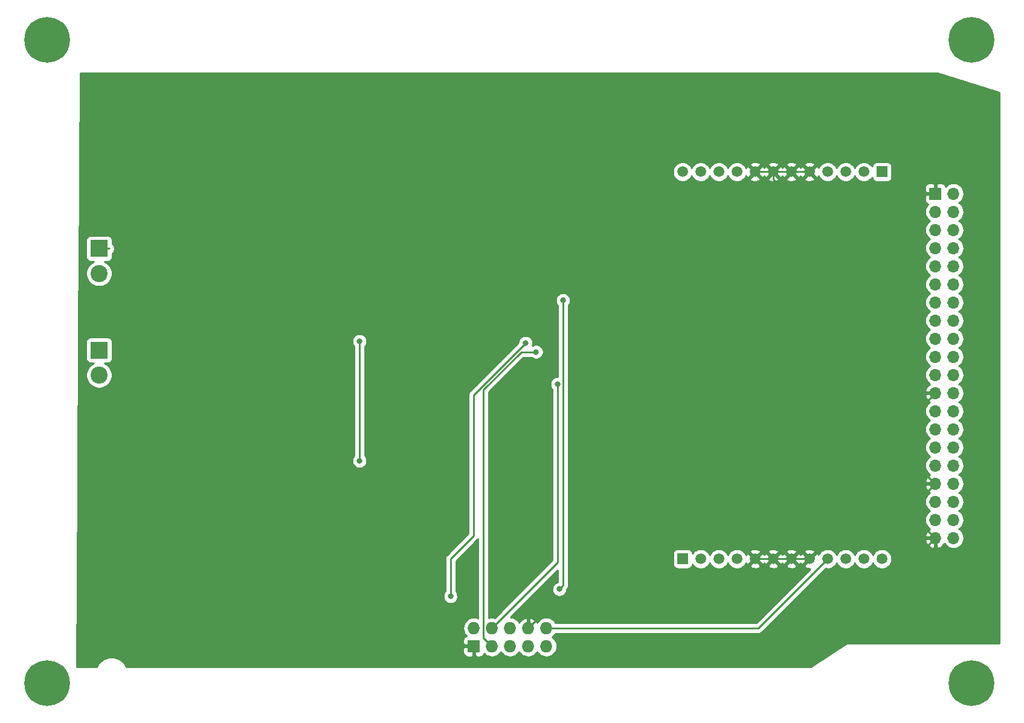
<source format=gbr>
G04 #@! TF.GenerationSoftware,KiCad,Pcbnew,(5.1.4)-1*
G04 #@! TF.CreationDate,2020-04-14T09:58:37-07:00*
G04 #@! TF.ProjectId,power,706f7765-722e-46b6-9963-61645f706362,rev?*
G04 #@! TF.SameCoordinates,Original*
G04 #@! TF.FileFunction,Copper,L2,Bot*
G04 #@! TF.FilePolarity,Positive*
%FSLAX46Y46*%
G04 Gerber Fmt 4.6, Leading zero omitted, Abs format (unit mm)*
G04 Created by KiCad (PCBNEW (5.1.4)-1) date 2020-04-14 09:58:37*
%MOMM*%
%LPD*%
G04 APERTURE LIST*
%ADD10O,1.700000X1.700000*%
%ADD11R,1.700000X1.700000*%
%ADD12C,6.400000*%
%ADD13R,2.400000X2.400000*%
%ADD14C,2.400000*%
%ADD15R,1.727200X1.727200*%
%ADD16O,1.727200X1.727200*%
%ADD17R,1.508000X1.508000*%
%ADD18C,1.508000*%
%ADD19C,0.800000*%
%ADD20C,0.250000*%
%ADD21C,0.254000*%
G04 APERTURE END LIST*
D10*
X157480000Y-100330000D03*
X154940000Y-100330000D03*
X157480000Y-97790000D03*
X154940000Y-97790000D03*
X157480000Y-95250000D03*
X154940000Y-95250000D03*
X157480000Y-92710000D03*
X154940000Y-92710000D03*
X157480000Y-90170000D03*
X154940000Y-90170000D03*
X157480000Y-87630000D03*
X154940000Y-87630000D03*
X157480000Y-85090000D03*
X154940000Y-85090000D03*
X157480000Y-82550000D03*
X154940000Y-82550000D03*
X157480000Y-80010000D03*
X154940000Y-80010000D03*
X157480000Y-77470000D03*
X154940000Y-77470000D03*
X157480000Y-74930000D03*
X154940000Y-74930000D03*
X157480000Y-72390000D03*
X154940000Y-72390000D03*
X157480000Y-69850000D03*
X154940000Y-69850000D03*
X157480000Y-67310000D03*
X154940000Y-67310000D03*
X157480000Y-64770000D03*
X154940000Y-64770000D03*
X157480000Y-62230000D03*
X154940000Y-62230000D03*
X157480000Y-59690000D03*
X154940000Y-59690000D03*
X157480000Y-57150000D03*
X154940000Y-57150000D03*
X157480000Y-54610000D03*
X154940000Y-54610000D03*
X157480000Y-52070000D03*
D11*
X154940000Y-52070000D03*
D12*
X160020000Y-120650000D03*
X30480000Y-120650000D03*
X160020000Y-30480000D03*
X30480000Y-30480000D03*
D13*
X37750000Y-74000000D03*
D14*
X37750000Y-77500000D03*
X37750000Y-63250000D03*
D13*
X37750000Y-59750000D03*
D15*
X90250000Y-115500000D03*
D16*
X90250000Y-112960000D03*
X92790000Y-115500000D03*
X92790000Y-112960000D03*
X95330000Y-115500000D03*
X95330000Y-112960000D03*
X97870000Y-115500000D03*
X97870000Y-112960000D03*
X100410000Y-115500000D03*
X100410000Y-112960000D03*
D17*
X147470000Y-49000000D03*
D18*
X144930000Y-49000000D03*
X142390000Y-49000000D03*
X139850000Y-49000000D03*
X137310000Y-49000000D03*
X134770000Y-49000000D03*
X132230000Y-49000000D03*
X129690000Y-49000000D03*
X127150000Y-49000000D03*
X124610000Y-49000000D03*
X122070000Y-49000000D03*
X119530000Y-49000000D03*
D17*
X119530000Y-103250000D03*
D18*
X122070000Y-103250000D03*
X124610000Y-103250000D03*
X127150000Y-103250000D03*
X129690000Y-103250000D03*
X132230000Y-103250000D03*
X134770000Y-103250000D03*
X137310000Y-103250000D03*
X139850000Y-103250000D03*
X142390000Y-103250000D03*
X144930000Y-103250000D03*
X147470000Y-103250000D03*
D19*
X138750000Y-64500000D03*
X50750000Y-40550000D03*
X63250000Y-51500000D03*
X63750000Y-53000000D03*
X69750000Y-68750000D03*
X66250000Y-65500000D03*
X146000000Y-86000000D03*
X65000000Y-89000000D03*
X58500000Y-86500000D03*
X51750000Y-79500000D03*
X74250000Y-89500000D03*
X74250000Y-72750000D03*
X102250000Y-107500000D03*
X102750000Y-67000000D03*
X97500000Y-73000000D03*
X87000000Y-108500000D03*
X99000000Y-74250000D03*
X102000000Y-78750000D03*
D20*
X129690000Y-49000000D02*
X137310000Y-49000000D01*
X132230000Y-50066317D02*
X137250000Y-55086317D01*
X132230000Y-49000000D02*
X132230000Y-50066317D01*
X137250000Y-55086317D02*
X137250000Y-63000000D01*
X137250000Y-63000000D02*
X138750000Y-64500000D01*
X131476001Y-48246001D02*
X132230000Y-49000000D01*
X124179999Y-40949999D02*
X131476001Y-48246001D01*
X50750000Y-40550000D02*
X51149999Y-40949999D01*
X64050001Y-50699999D02*
X63250000Y-51500000D01*
X64050001Y-40949999D02*
X124179999Y-40949999D01*
X51149999Y-40949999D02*
X64050001Y-40949999D01*
X64149999Y-50649999D02*
X64050001Y-50550001D01*
X64149999Y-52600001D02*
X64149999Y-50649999D01*
X63750000Y-53000000D02*
X64149999Y-52600001D01*
X64050001Y-50550001D02*
X64050001Y-50699999D01*
X64050001Y-50550001D02*
X64050001Y-50050001D01*
X69750000Y-56250000D02*
X64050001Y-50550001D01*
X64050001Y-40949999D02*
X64050001Y-50050001D01*
X67750000Y-64000000D02*
X66250000Y-65500000D01*
X69750000Y-64000000D02*
X67750000Y-64000000D01*
X69750000Y-64000000D02*
X69750000Y-56250000D01*
X69750000Y-68750000D02*
X69750000Y-64000000D01*
X129690000Y-103250000D02*
X137310000Y-103250000D01*
X140380000Y-52070000D02*
X137310000Y-49000000D01*
X154940000Y-52070000D02*
X140380000Y-52070000D01*
X154090001Y-80859999D02*
X154090001Y-80909999D01*
X154940000Y-80010000D02*
X154090001Y-80859999D01*
X154090001Y-80909999D02*
X153000000Y-82000000D01*
X153000000Y-90770000D02*
X154940000Y-92710000D01*
X153000000Y-86000000D02*
X146000000Y-86000000D01*
X153000000Y-86000000D02*
X153000000Y-90770000D01*
X153000000Y-82000000D02*
X153000000Y-86000000D01*
X154940000Y-92710000D02*
X153000000Y-94650000D01*
X153000000Y-98390000D02*
X154940000Y-100330000D01*
X153000000Y-94650000D02*
X153000000Y-98390000D01*
X140230000Y-100330000D02*
X154940000Y-100330000D01*
X137310000Y-103250000D02*
X140230000Y-100330000D01*
X129690000Y-103250000D02*
X122690000Y-110250000D01*
X100580000Y-110250000D02*
X97870000Y-112960000D01*
X122690000Y-110250000D02*
X100580000Y-110250000D01*
X90250000Y-115500000D02*
X89136400Y-115500000D01*
X65000000Y-91363600D02*
X65000000Y-89000000D01*
X60136400Y-86500000D02*
X65193200Y-91556800D01*
X58500000Y-86500000D02*
X60136400Y-86500000D01*
X89136400Y-115500000D02*
X65193200Y-91556800D01*
X65193200Y-91556800D02*
X65000000Y-91363600D01*
X60136400Y-86500000D02*
X60136400Y-83636400D01*
X60136400Y-83636400D02*
X56500000Y-80000000D01*
X56500000Y-80000000D02*
X52250000Y-80000000D01*
X52250000Y-80000000D02*
X51750000Y-79500000D01*
X90250000Y-116613600D02*
X90250000Y-115500000D01*
X91886400Y-118250000D02*
X90250000Y-116613600D01*
X137020000Y-118250000D02*
X91886400Y-118250000D01*
X154940000Y-100330000D02*
X137020000Y-118250000D01*
X130140000Y-112960000D02*
X100410000Y-112960000D01*
X139850000Y-103250000D02*
X130140000Y-112960000D01*
X74250000Y-89500000D02*
X74250000Y-72750000D01*
X39200000Y-59750000D02*
X37750000Y-59750000D01*
X102250000Y-107500000D02*
X102750000Y-107000000D01*
X102750000Y-107000000D02*
X102750000Y-67000000D01*
X97500000Y-73000000D02*
X90250000Y-80250000D01*
X90250000Y-80250000D02*
X90250000Y-100000000D01*
X87000000Y-103250000D02*
X90250000Y-100000000D01*
X87000000Y-108500000D02*
X87000000Y-103250000D01*
X91926401Y-114636401D02*
X92790000Y-115500000D01*
X91601399Y-114311399D02*
X91926401Y-114636401D01*
X91601399Y-79535011D02*
X91601399Y-81851399D01*
X96886410Y-74250000D02*
X91601399Y-79535011D01*
X99000000Y-74250000D02*
X96886410Y-74250000D01*
X91601399Y-81451379D02*
X91601399Y-81851399D01*
X91601399Y-81851399D02*
X91601399Y-114311399D01*
X102000000Y-103750000D02*
X92790000Y-112960000D01*
X102000000Y-78750000D02*
X102000000Y-103750000D01*
D21*
G36*
X163873000Y-37843210D02*
G01*
X163873000Y-115123000D01*
X142500000Y-115123000D01*
X142475224Y-115125440D01*
X142451399Y-115132667D01*
X142430786Y-115143518D01*
X137462352Y-118373000D01*
X41555881Y-118373000D01*
X41480631Y-118191331D01*
X41236038Y-117825271D01*
X40924729Y-117513962D01*
X40558669Y-117269369D01*
X40151925Y-117100890D01*
X39720128Y-117015000D01*
X39279872Y-117015000D01*
X38848075Y-117100890D01*
X38441331Y-117269369D01*
X38075271Y-117513962D01*
X37763962Y-117825271D01*
X37519369Y-118191331D01*
X37444119Y-118373000D01*
X34627763Y-118373000D01*
X34639795Y-116363600D01*
X88748328Y-116363600D01*
X88760588Y-116488082D01*
X88796898Y-116607780D01*
X88855863Y-116718094D01*
X88935215Y-116814785D01*
X89031906Y-116894137D01*
X89142220Y-116953102D01*
X89261918Y-116989412D01*
X89386400Y-117001672D01*
X89964250Y-116998600D01*
X90123000Y-116839850D01*
X90123000Y-115627000D01*
X88910150Y-115627000D01*
X88751400Y-115785750D01*
X88748328Y-116363600D01*
X34639795Y-116363600D01*
X34687493Y-108398061D01*
X85965000Y-108398061D01*
X85965000Y-108601939D01*
X86004774Y-108801898D01*
X86082795Y-108990256D01*
X86196063Y-109159774D01*
X86340226Y-109303937D01*
X86509744Y-109417205D01*
X86698102Y-109495226D01*
X86898061Y-109535000D01*
X87101939Y-109535000D01*
X87301898Y-109495226D01*
X87490256Y-109417205D01*
X87659774Y-109303937D01*
X87803937Y-109159774D01*
X87917205Y-108990256D01*
X87995226Y-108801898D01*
X88035000Y-108601939D01*
X88035000Y-108398061D01*
X87995226Y-108198102D01*
X87917205Y-108009744D01*
X87803937Y-107840226D01*
X87760000Y-107796289D01*
X87760000Y-103564801D01*
X90761003Y-100563799D01*
X90790001Y-100540001D01*
X90816332Y-100507917D01*
X90841400Y-100477372D01*
X90841400Y-111576865D01*
X90826264Y-111568775D01*
X90543777Y-111483084D01*
X90323619Y-111461400D01*
X90176381Y-111461400D01*
X89956223Y-111483084D01*
X89673736Y-111568775D01*
X89413394Y-111707931D01*
X89185203Y-111895203D01*
X88997931Y-112123394D01*
X88858775Y-112383736D01*
X88773084Y-112666223D01*
X88744149Y-112960000D01*
X88773084Y-113253777D01*
X88858775Y-113536264D01*
X88997931Y-113796606D01*
X89185203Y-114024797D01*
X89193265Y-114031414D01*
X89142220Y-114046898D01*
X89031906Y-114105863D01*
X88935215Y-114185215D01*
X88855863Y-114281906D01*
X88796898Y-114392220D01*
X88760588Y-114511918D01*
X88748328Y-114636400D01*
X88751400Y-115214250D01*
X88910150Y-115373000D01*
X90123000Y-115373000D01*
X90123000Y-115353000D01*
X90377000Y-115353000D01*
X90377000Y-115373000D01*
X90397000Y-115373000D01*
X90397000Y-115627000D01*
X90377000Y-115627000D01*
X90377000Y-116839850D01*
X90535750Y-116998600D01*
X91113600Y-117001672D01*
X91238082Y-116989412D01*
X91357780Y-116953102D01*
X91468094Y-116894137D01*
X91564785Y-116814785D01*
X91644137Y-116718094D01*
X91703102Y-116607780D01*
X91718586Y-116556735D01*
X91725203Y-116564797D01*
X91953394Y-116752069D01*
X92213736Y-116891225D01*
X92496223Y-116976916D01*
X92716381Y-116998600D01*
X92863619Y-116998600D01*
X93083777Y-116976916D01*
X93366264Y-116891225D01*
X93626606Y-116752069D01*
X93854797Y-116564797D01*
X94042069Y-116336606D01*
X94060000Y-116303060D01*
X94077931Y-116336606D01*
X94265203Y-116564797D01*
X94493394Y-116752069D01*
X94753736Y-116891225D01*
X95036223Y-116976916D01*
X95256381Y-116998600D01*
X95403619Y-116998600D01*
X95623777Y-116976916D01*
X95906264Y-116891225D01*
X96166606Y-116752069D01*
X96394797Y-116564797D01*
X96582069Y-116336606D01*
X96600000Y-116303060D01*
X96617931Y-116336606D01*
X96805203Y-116564797D01*
X97033394Y-116752069D01*
X97293736Y-116891225D01*
X97576223Y-116976916D01*
X97796381Y-116998600D01*
X97943619Y-116998600D01*
X98163777Y-116976916D01*
X98446264Y-116891225D01*
X98706606Y-116752069D01*
X98934797Y-116564797D01*
X99122069Y-116336606D01*
X99140000Y-116303060D01*
X99157931Y-116336606D01*
X99345203Y-116564797D01*
X99573394Y-116752069D01*
X99833736Y-116891225D01*
X100116223Y-116976916D01*
X100336381Y-116998600D01*
X100483619Y-116998600D01*
X100703777Y-116976916D01*
X100986264Y-116891225D01*
X101246606Y-116752069D01*
X101474797Y-116564797D01*
X101662069Y-116336606D01*
X101801225Y-116076264D01*
X101886916Y-115793777D01*
X101915851Y-115500000D01*
X101886916Y-115206223D01*
X101801225Y-114923736D01*
X101662069Y-114663394D01*
X101474797Y-114435203D01*
X101246606Y-114247931D01*
X101213060Y-114230000D01*
X101246606Y-114212069D01*
X101474797Y-114024797D01*
X101662069Y-113796606D01*
X101703016Y-113720000D01*
X130102678Y-113720000D01*
X130140000Y-113723676D01*
X130177322Y-113720000D01*
X130177333Y-113720000D01*
X130288986Y-113709003D01*
X130432247Y-113665546D01*
X130564276Y-113594974D01*
X130680001Y-113500001D01*
X130703804Y-113470997D01*
X139565233Y-104609569D01*
X139713195Y-104639000D01*
X139986805Y-104639000D01*
X140255156Y-104585622D01*
X140507938Y-104480916D01*
X140735436Y-104328907D01*
X140928907Y-104135436D01*
X141080916Y-103907938D01*
X141120000Y-103813581D01*
X141159084Y-103907938D01*
X141311093Y-104135436D01*
X141504564Y-104328907D01*
X141732062Y-104480916D01*
X141984844Y-104585622D01*
X142253195Y-104639000D01*
X142526805Y-104639000D01*
X142795156Y-104585622D01*
X143047938Y-104480916D01*
X143275436Y-104328907D01*
X143468907Y-104135436D01*
X143620916Y-103907938D01*
X143660000Y-103813581D01*
X143699084Y-103907938D01*
X143851093Y-104135436D01*
X144044564Y-104328907D01*
X144272062Y-104480916D01*
X144524844Y-104585622D01*
X144793195Y-104639000D01*
X145066805Y-104639000D01*
X145335156Y-104585622D01*
X145587938Y-104480916D01*
X145815436Y-104328907D01*
X146008907Y-104135436D01*
X146160916Y-103907938D01*
X146200000Y-103813581D01*
X146239084Y-103907938D01*
X146391093Y-104135436D01*
X146584564Y-104328907D01*
X146812062Y-104480916D01*
X147064844Y-104585622D01*
X147333195Y-104639000D01*
X147606805Y-104639000D01*
X147875156Y-104585622D01*
X148127938Y-104480916D01*
X148355436Y-104328907D01*
X148548907Y-104135436D01*
X148700916Y-103907938D01*
X148805622Y-103655156D01*
X148859000Y-103386805D01*
X148859000Y-103113195D01*
X148805622Y-102844844D01*
X148700916Y-102592062D01*
X148548907Y-102364564D01*
X148355436Y-102171093D01*
X148127938Y-102019084D01*
X147875156Y-101914378D01*
X147606805Y-101861000D01*
X147333195Y-101861000D01*
X147064844Y-101914378D01*
X146812062Y-102019084D01*
X146584564Y-102171093D01*
X146391093Y-102364564D01*
X146239084Y-102592062D01*
X146200000Y-102686419D01*
X146160916Y-102592062D01*
X146008907Y-102364564D01*
X145815436Y-102171093D01*
X145587938Y-102019084D01*
X145335156Y-101914378D01*
X145066805Y-101861000D01*
X144793195Y-101861000D01*
X144524844Y-101914378D01*
X144272062Y-102019084D01*
X144044564Y-102171093D01*
X143851093Y-102364564D01*
X143699084Y-102592062D01*
X143660000Y-102686419D01*
X143620916Y-102592062D01*
X143468907Y-102364564D01*
X143275436Y-102171093D01*
X143047938Y-102019084D01*
X142795156Y-101914378D01*
X142526805Y-101861000D01*
X142253195Y-101861000D01*
X141984844Y-101914378D01*
X141732062Y-102019084D01*
X141504564Y-102171093D01*
X141311093Y-102364564D01*
X141159084Y-102592062D01*
X141120000Y-102686419D01*
X141080916Y-102592062D01*
X140928907Y-102364564D01*
X140735436Y-102171093D01*
X140507938Y-102019084D01*
X140255156Y-101914378D01*
X139986805Y-101861000D01*
X139713195Y-101861000D01*
X139444844Y-101914378D01*
X139192062Y-102019084D01*
X138964564Y-102171093D01*
X138771093Y-102364564D01*
X138619084Y-102592062D01*
X138581758Y-102682174D01*
X138570063Y-102649771D01*
X138509127Y-102535765D01*
X138269851Y-102469754D01*
X137489605Y-103250000D01*
X137503748Y-103264143D01*
X137324143Y-103443748D01*
X137310000Y-103429605D01*
X136529754Y-104209851D01*
X136595765Y-104449127D01*
X136843426Y-104565426D01*
X137109018Y-104631174D01*
X137381397Y-104643802D01*
X129825199Y-112200000D01*
X101703016Y-112200000D01*
X101662069Y-112123394D01*
X101474797Y-111895203D01*
X101246606Y-111707931D01*
X100986264Y-111568775D01*
X100703777Y-111483084D01*
X100483619Y-111461400D01*
X100336381Y-111461400D01*
X100116223Y-111483084D01*
X99833736Y-111568775D01*
X99573394Y-111707931D01*
X99345203Y-111895203D01*
X99157931Y-112123394D01*
X99134137Y-112167910D01*
X99076817Y-112071512D01*
X98880293Y-111853146D01*
X98644944Y-111677316D01*
X98379814Y-111550778D01*
X98229026Y-111505042D01*
X97997000Y-111626183D01*
X97997000Y-112833000D01*
X98017000Y-112833000D01*
X98017000Y-113087000D01*
X97997000Y-113087000D01*
X97997000Y-113107000D01*
X97743000Y-113107000D01*
X97743000Y-113087000D01*
X97723000Y-113087000D01*
X97723000Y-112833000D01*
X97743000Y-112833000D01*
X97743000Y-111626183D01*
X97510974Y-111505042D01*
X97360186Y-111550778D01*
X97095056Y-111677316D01*
X96859707Y-111853146D01*
X96663183Y-112071512D01*
X96605863Y-112167910D01*
X96582069Y-112123394D01*
X96394797Y-111895203D01*
X96166606Y-111707931D01*
X95906264Y-111568775D01*
X95623777Y-111483084D01*
X95403619Y-111461400D01*
X95363401Y-111461400D01*
X101990000Y-104834802D01*
X101990000Y-106496440D01*
X101948102Y-106504774D01*
X101759744Y-106582795D01*
X101590226Y-106696063D01*
X101446063Y-106840226D01*
X101332795Y-107009744D01*
X101254774Y-107198102D01*
X101215000Y-107398061D01*
X101215000Y-107601939D01*
X101254774Y-107801898D01*
X101332795Y-107990256D01*
X101446063Y-108159774D01*
X101590226Y-108303937D01*
X101759744Y-108417205D01*
X101948102Y-108495226D01*
X102148061Y-108535000D01*
X102351939Y-108535000D01*
X102551898Y-108495226D01*
X102740256Y-108417205D01*
X102909774Y-108303937D01*
X103053937Y-108159774D01*
X103167205Y-107990256D01*
X103245226Y-107801898D01*
X103285000Y-107601939D01*
X103285000Y-107544105D01*
X103290001Y-107540001D01*
X103384974Y-107424276D01*
X103455546Y-107292247D01*
X103499003Y-107148986D01*
X103510000Y-107037333D01*
X103510000Y-107037325D01*
X103513676Y-107000000D01*
X103510000Y-106962675D01*
X103510000Y-102496000D01*
X118137928Y-102496000D01*
X118137928Y-104004000D01*
X118150188Y-104128482D01*
X118186498Y-104248180D01*
X118245463Y-104358494D01*
X118324815Y-104455185D01*
X118421506Y-104534537D01*
X118531820Y-104593502D01*
X118651518Y-104629812D01*
X118776000Y-104642072D01*
X120284000Y-104642072D01*
X120408482Y-104629812D01*
X120528180Y-104593502D01*
X120638494Y-104534537D01*
X120735185Y-104455185D01*
X120814537Y-104358494D01*
X120873502Y-104248180D01*
X120909812Y-104128482D01*
X120919657Y-104028524D01*
X120991093Y-104135436D01*
X121184564Y-104328907D01*
X121412062Y-104480916D01*
X121664844Y-104585622D01*
X121933195Y-104639000D01*
X122206805Y-104639000D01*
X122475156Y-104585622D01*
X122727938Y-104480916D01*
X122955436Y-104328907D01*
X123148907Y-104135436D01*
X123300916Y-103907938D01*
X123340000Y-103813581D01*
X123379084Y-103907938D01*
X123531093Y-104135436D01*
X123724564Y-104328907D01*
X123952062Y-104480916D01*
X124204844Y-104585622D01*
X124473195Y-104639000D01*
X124746805Y-104639000D01*
X125015156Y-104585622D01*
X125267938Y-104480916D01*
X125495436Y-104328907D01*
X125688907Y-104135436D01*
X125840916Y-103907938D01*
X125880000Y-103813581D01*
X125919084Y-103907938D01*
X126071093Y-104135436D01*
X126264564Y-104328907D01*
X126492062Y-104480916D01*
X126744844Y-104585622D01*
X127013195Y-104639000D01*
X127286805Y-104639000D01*
X127555156Y-104585622D01*
X127807938Y-104480916D01*
X128035436Y-104328907D01*
X128154492Y-104209851D01*
X128909754Y-104209851D01*
X128975765Y-104449127D01*
X129223426Y-104565426D01*
X129489018Y-104631174D01*
X129762334Y-104643845D01*
X130032870Y-104602951D01*
X130290229Y-104510063D01*
X130404235Y-104449127D01*
X130470246Y-104209851D01*
X131449754Y-104209851D01*
X131515765Y-104449127D01*
X131763426Y-104565426D01*
X132029018Y-104631174D01*
X132302334Y-104643845D01*
X132572870Y-104602951D01*
X132830229Y-104510063D01*
X132944235Y-104449127D01*
X133010246Y-104209851D01*
X133989754Y-104209851D01*
X134055765Y-104449127D01*
X134303426Y-104565426D01*
X134569018Y-104631174D01*
X134842334Y-104643845D01*
X135112870Y-104602951D01*
X135370229Y-104510063D01*
X135484235Y-104449127D01*
X135550246Y-104209851D01*
X134770000Y-103429605D01*
X133989754Y-104209851D01*
X133010246Y-104209851D01*
X132230000Y-103429605D01*
X131449754Y-104209851D01*
X130470246Y-104209851D01*
X129690000Y-103429605D01*
X128909754Y-104209851D01*
X128154492Y-104209851D01*
X128228907Y-104135436D01*
X128380916Y-103907938D01*
X128418242Y-103817826D01*
X128429937Y-103850229D01*
X128490873Y-103964235D01*
X128730149Y-104030246D01*
X129510395Y-103250000D01*
X129869605Y-103250000D01*
X130649851Y-104030246D01*
X130889127Y-103964235D01*
X130958084Y-103817389D01*
X130969937Y-103850229D01*
X131030873Y-103964235D01*
X131270149Y-104030246D01*
X132050395Y-103250000D01*
X132409605Y-103250000D01*
X133189851Y-104030246D01*
X133429127Y-103964235D01*
X133498084Y-103817389D01*
X133509937Y-103850229D01*
X133570873Y-103964235D01*
X133810149Y-104030246D01*
X134590395Y-103250000D01*
X134949605Y-103250000D01*
X135729851Y-104030246D01*
X135969127Y-103964235D01*
X136038084Y-103817389D01*
X136049937Y-103850229D01*
X136110873Y-103964235D01*
X136350149Y-104030246D01*
X137130395Y-103250000D01*
X136350149Y-102469754D01*
X136110873Y-102535765D01*
X136041916Y-102682611D01*
X136030063Y-102649771D01*
X135969127Y-102535765D01*
X135729851Y-102469754D01*
X134949605Y-103250000D01*
X134590395Y-103250000D01*
X133810149Y-102469754D01*
X133570873Y-102535765D01*
X133501916Y-102682611D01*
X133490063Y-102649771D01*
X133429127Y-102535765D01*
X133189851Y-102469754D01*
X132409605Y-103250000D01*
X132050395Y-103250000D01*
X131270149Y-102469754D01*
X131030873Y-102535765D01*
X130961916Y-102682611D01*
X130950063Y-102649771D01*
X130889127Y-102535765D01*
X130649851Y-102469754D01*
X129869605Y-103250000D01*
X129510395Y-103250000D01*
X128730149Y-102469754D01*
X128490873Y-102535765D01*
X128420060Y-102686563D01*
X128380916Y-102592062D01*
X128228907Y-102364564D01*
X128154492Y-102290149D01*
X128909754Y-102290149D01*
X129690000Y-103070395D01*
X130470246Y-102290149D01*
X131449754Y-102290149D01*
X132230000Y-103070395D01*
X133010246Y-102290149D01*
X133989754Y-102290149D01*
X134770000Y-103070395D01*
X135550246Y-102290149D01*
X136529754Y-102290149D01*
X137310000Y-103070395D01*
X138090246Y-102290149D01*
X138024235Y-102050873D01*
X137776574Y-101934574D01*
X137510982Y-101868826D01*
X137237666Y-101856155D01*
X136967130Y-101897049D01*
X136709771Y-101989937D01*
X136595765Y-102050873D01*
X136529754Y-102290149D01*
X135550246Y-102290149D01*
X135484235Y-102050873D01*
X135236574Y-101934574D01*
X134970982Y-101868826D01*
X134697666Y-101856155D01*
X134427130Y-101897049D01*
X134169771Y-101989937D01*
X134055765Y-102050873D01*
X133989754Y-102290149D01*
X133010246Y-102290149D01*
X132944235Y-102050873D01*
X132696574Y-101934574D01*
X132430982Y-101868826D01*
X132157666Y-101856155D01*
X131887130Y-101897049D01*
X131629771Y-101989937D01*
X131515765Y-102050873D01*
X131449754Y-102290149D01*
X130470246Y-102290149D01*
X130404235Y-102050873D01*
X130156574Y-101934574D01*
X129890982Y-101868826D01*
X129617666Y-101856155D01*
X129347130Y-101897049D01*
X129089771Y-101989937D01*
X128975765Y-102050873D01*
X128909754Y-102290149D01*
X128154492Y-102290149D01*
X128035436Y-102171093D01*
X127807938Y-102019084D01*
X127555156Y-101914378D01*
X127286805Y-101861000D01*
X127013195Y-101861000D01*
X126744844Y-101914378D01*
X126492062Y-102019084D01*
X126264564Y-102171093D01*
X126071093Y-102364564D01*
X125919084Y-102592062D01*
X125880000Y-102686419D01*
X125840916Y-102592062D01*
X125688907Y-102364564D01*
X125495436Y-102171093D01*
X125267938Y-102019084D01*
X125015156Y-101914378D01*
X124746805Y-101861000D01*
X124473195Y-101861000D01*
X124204844Y-101914378D01*
X123952062Y-102019084D01*
X123724564Y-102171093D01*
X123531093Y-102364564D01*
X123379084Y-102592062D01*
X123340000Y-102686419D01*
X123300916Y-102592062D01*
X123148907Y-102364564D01*
X122955436Y-102171093D01*
X122727938Y-102019084D01*
X122475156Y-101914378D01*
X122206805Y-101861000D01*
X121933195Y-101861000D01*
X121664844Y-101914378D01*
X121412062Y-102019084D01*
X121184564Y-102171093D01*
X120991093Y-102364564D01*
X120919657Y-102471476D01*
X120909812Y-102371518D01*
X120873502Y-102251820D01*
X120814537Y-102141506D01*
X120735185Y-102044815D01*
X120638494Y-101965463D01*
X120528180Y-101906498D01*
X120408482Y-101870188D01*
X120284000Y-101857928D01*
X118776000Y-101857928D01*
X118651518Y-101870188D01*
X118531820Y-101906498D01*
X118421506Y-101965463D01*
X118324815Y-102044815D01*
X118245463Y-102141506D01*
X118186498Y-102251820D01*
X118150188Y-102371518D01*
X118137928Y-102496000D01*
X103510000Y-102496000D01*
X103510000Y-100686890D01*
X153498524Y-100686890D01*
X153543175Y-100834099D01*
X153668359Y-101096920D01*
X153842412Y-101330269D01*
X154058645Y-101525178D01*
X154308748Y-101674157D01*
X154583109Y-101771481D01*
X154813000Y-101650814D01*
X154813000Y-100457000D01*
X153619845Y-100457000D01*
X153498524Y-100686890D01*
X103510000Y-100686890D01*
X103510000Y-67703711D01*
X103553937Y-67659774D01*
X103667205Y-67490256D01*
X103745226Y-67301898D01*
X103785000Y-67101939D01*
X103785000Y-66898061D01*
X103745226Y-66698102D01*
X103667205Y-66509744D01*
X103553937Y-66340226D01*
X103409774Y-66196063D01*
X103240256Y-66082795D01*
X103051898Y-66004774D01*
X102851939Y-65965000D01*
X102648061Y-65965000D01*
X102448102Y-66004774D01*
X102259744Y-66082795D01*
X102090226Y-66196063D01*
X101946063Y-66340226D01*
X101832795Y-66509744D01*
X101754774Y-66698102D01*
X101715000Y-66898061D01*
X101715000Y-67101939D01*
X101754774Y-67301898D01*
X101832795Y-67490256D01*
X101946063Y-67659774D01*
X101990001Y-67703712D01*
X101990001Y-77715000D01*
X101898061Y-77715000D01*
X101698102Y-77754774D01*
X101509744Y-77832795D01*
X101340226Y-77946063D01*
X101196063Y-78090226D01*
X101082795Y-78259744D01*
X101004774Y-78448102D01*
X100965000Y-78648061D01*
X100965000Y-78851939D01*
X101004774Y-79051898D01*
X101082795Y-79240256D01*
X101196063Y-79409774D01*
X101240000Y-79453711D01*
X101240001Y-103435197D01*
X93166900Y-111508299D01*
X93083777Y-111483084D01*
X92863619Y-111461400D01*
X92716381Y-111461400D01*
X92496223Y-111483084D01*
X92361399Y-111523982D01*
X92361399Y-79849812D01*
X97201212Y-75010000D01*
X98296289Y-75010000D01*
X98340226Y-75053937D01*
X98509744Y-75167205D01*
X98698102Y-75245226D01*
X98898061Y-75285000D01*
X99101939Y-75285000D01*
X99301898Y-75245226D01*
X99490256Y-75167205D01*
X99659774Y-75053937D01*
X99803937Y-74909774D01*
X99917205Y-74740256D01*
X99995226Y-74551898D01*
X100035000Y-74351939D01*
X100035000Y-74148061D01*
X99995226Y-73948102D01*
X99917205Y-73759744D01*
X99803937Y-73590226D01*
X99659774Y-73446063D01*
X99490256Y-73332795D01*
X99301898Y-73254774D01*
X99101939Y-73215000D01*
X98898061Y-73215000D01*
X98698102Y-73254774D01*
X98509744Y-73332795D01*
X98471974Y-73358032D01*
X98495226Y-73301898D01*
X98535000Y-73101939D01*
X98535000Y-72898061D01*
X98495226Y-72698102D01*
X98417205Y-72509744D01*
X98303937Y-72340226D01*
X98159774Y-72196063D01*
X97990256Y-72082795D01*
X97801898Y-72004774D01*
X97601939Y-71965000D01*
X97398061Y-71965000D01*
X97198102Y-72004774D01*
X97009744Y-72082795D01*
X96840226Y-72196063D01*
X96696063Y-72340226D01*
X96582795Y-72509744D01*
X96504774Y-72698102D01*
X96465000Y-72898061D01*
X96465000Y-72960198D01*
X89739003Y-79686196D01*
X89709999Y-79709999D01*
X89654871Y-79777174D01*
X89615026Y-79825724D01*
X89614207Y-79827257D01*
X89544454Y-79957754D01*
X89500997Y-80101015D01*
X89490000Y-80212668D01*
X89490000Y-80212678D01*
X89486324Y-80250000D01*
X89490000Y-80287322D01*
X89490001Y-99685197D01*
X86488998Y-102686201D01*
X86460000Y-102709999D01*
X86436202Y-102738997D01*
X86436201Y-102738998D01*
X86365026Y-102825724D01*
X86294454Y-102957754D01*
X86250998Y-103101015D01*
X86236324Y-103250000D01*
X86240001Y-103287332D01*
X86240000Y-107796289D01*
X86196063Y-107840226D01*
X86082795Y-108009744D01*
X86004774Y-108198102D01*
X85965000Y-108398061D01*
X34687493Y-108398061D01*
X34900655Y-72800000D01*
X35911928Y-72800000D01*
X35911928Y-75200000D01*
X35924188Y-75324482D01*
X35960498Y-75444180D01*
X36019463Y-75554494D01*
X36098815Y-75651185D01*
X36195506Y-75730537D01*
X36305820Y-75789502D01*
X36425518Y-75825812D01*
X36550000Y-75838072D01*
X36967162Y-75838072D01*
X36880801Y-75873844D01*
X36580256Y-76074662D01*
X36324662Y-76330256D01*
X36123844Y-76630801D01*
X35985518Y-76964750D01*
X35915000Y-77319268D01*
X35915000Y-77680732D01*
X35985518Y-78035250D01*
X36123844Y-78369199D01*
X36324662Y-78669744D01*
X36580256Y-78925338D01*
X36880801Y-79126156D01*
X37214750Y-79264482D01*
X37569268Y-79335000D01*
X37930732Y-79335000D01*
X38285250Y-79264482D01*
X38619199Y-79126156D01*
X38919744Y-78925338D01*
X39175338Y-78669744D01*
X39376156Y-78369199D01*
X39514482Y-78035250D01*
X39585000Y-77680732D01*
X39585000Y-77319268D01*
X39514482Y-76964750D01*
X39376156Y-76630801D01*
X39175338Y-76330256D01*
X38919744Y-76074662D01*
X38619199Y-75873844D01*
X38532838Y-75838072D01*
X38950000Y-75838072D01*
X39074482Y-75825812D01*
X39194180Y-75789502D01*
X39304494Y-75730537D01*
X39401185Y-75651185D01*
X39480537Y-75554494D01*
X39539502Y-75444180D01*
X39575812Y-75324482D01*
X39588072Y-75200000D01*
X39588072Y-72800000D01*
X39575812Y-72675518D01*
X39567484Y-72648061D01*
X73215000Y-72648061D01*
X73215000Y-72851939D01*
X73254774Y-73051898D01*
X73332795Y-73240256D01*
X73446063Y-73409774D01*
X73490001Y-73453712D01*
X73490000Y-88796289D01*
X73446063Y-88840226D01*
X73332795Y-89009744D01*
X73254774Y-89198102D01*
X73215000Y-89398061D01*
X73215000Y-89601939D01*
X73254774Y-89801898D01*
X73332795Y-89990256D01*
X73446063Y-90159774D01*
X73590226Y-90303937D01*
X73759744Y-90417205D01*
X73948102Y-90495226D01*
X74148061Y-90535000D01*
X74351939Y-90535000D01*
X74551898Y-90495226D01*
X74740256Y-90417205D01*
X74909774Y-90303937D01*
X75053937Y-90159774D01*
X75167205Y-89990256D01*
X75245226Y-89801898D01*
X75285000Y-89601939D01*
X75285000Y-89398061D01*
X75245226Y-89198102D01*
X75167205Y-89009744D01*
X75053937Y-88840226D01*
X75010000Y-88796289D01*
X75010000Y-73453711D01*
X75053937Y-73409774D01*
X75167205Y-73240256D01*
X75245226Y-73051898D01*
X75285000Y-72851939D01*
X75285000Y-72648061D01*
X75245226Y-72448102D01*
X75167205Y-72259744D01*
X75053937Y-72090226D01*
X74909774Y-71946063D01*
X74740256Y-71832795D01*
X74551898Y-71754774D01*
X74351939Y-71715000D01*
X74148061Y-71715000D01*
X73948102Y-71754774D01*
X73759744Y-71832795D01*
X73590226Y-71946063D01*
X73446063Y-72090226D01*
X73332795Y-72259744D01*
X73254774Y-72448102D01*
X73215000Y-72648061D01*
X39567484Y-72648061D01*
X39539502Y-72555820D01*
X39480537Y-72445506D01*
X39401185Y-72348815D01*
X39304494Y-72269463D01*
X39194180Y-72210498D01*
X39074482Y-72174188D01*
X38950000Y-72161928D01*
X36550000Y-72161928D01*
X36425518Y-72174188D01*
X36305820Y-72210498D01*
X36195506Y-72269463D01*
X36098815Y-72348815D01*
X36019463Y-72445506D01*
X35960498Y-72555820D01*
X35924188Y-72675518D01*
X35911928Y-72800000D01*
X34900655Y-72800000D01*
X34985984Y-58550000D01*
X35911928Y-58550000D01*
X35911928Y-60950000D01*
X35924188Y-61074482D01*
X35960498Y-61194180D01*
X36019463Y-61304494D01*
X36098815Y-61401185D01*
X36195506Y-61480537D01*
X36305820Y-61539502D01*
X36425518Y-61575812D01*
X36550000Y-61588072D01*
X36967162Y-61588072D01*
X36880801Y-61623844D01*
X36580256Y-61824662D01*
X36324662Y-62080256D01*
X36123844Y-62380801D01*
X35985518Y-62714750D01*
X35915000Y-63069268D01*
X35915000Y-63430732D01*
X35985518Y-63785250D01*
X36123844Y-64119199D01*
X36324662Y-64419744D01*
X36580256Y-64675338D01*
X36880801Y-64876156D01*
X37214750Y-65014482D01*
X37569268Y-65085000D01*
X37930732Y-65085000D01*
X38285250Y-65014482D01*
X38619199Y-64876156D01*
X38919744Y-64675338D01*
X39175338Y-64419744D01*
X39376156Y-64119199D01*
X39514482Y-63785250D01*
X39585000Y-63430732D01*
X39585000Y-63069268D01*
X39514482Y-62714750D01*
X39376156Y-62380801D01*
X39175338Y-62080256D01*
X38919744Y-61824662D01*
X38619199Y-61623844D01*
X38532838Y-61588072D01*
X38950000Y-61588072D01*
X39074482Y-61575812D01*
X39194180Y-61539502D01*
X39304494Y-61480537D01*
X39401185Y-61401185D01*
X39480537Y-61304494D01*
X39539502Y-61194180D01*
X39575812Y-61074482D01*
X39588072Y-60950000D01*
X39588072Y-60404326D01*
X39624276Y-60384974D01*
X39740001Y-60290001D01*
X39834974Y-60174276D01*
X39905546Y-60042247D01*
X39949003Y-59898986D01*
X39963677Y-59750000D01*
X39949003Y-59601014D01*
X39905546Y-59457753D01*
X39834974Y-59325724D01*
X39740001Y-59209999D01*
X39624276Y-59115026D01*
X39588072Y-59095674D01*
X39588072Y-58550000D01*
X39575812Y-58425518D01*
X39539502Y-58305820D01*
X39480537Y-58195506D01*
X39401185Y-58098815D01*
X39304494Y-58019463D01*
X39194180Y-57960498D01*
X39074482Y-57924188D01*
X38950000Y-57911928D01*
X36550000Y-57911928D01*
X36425518Y-57924188D01*
X36305820Y-57960498D01*
X36195506Y-58019463D01*
X36098815Y-58098815D01*
X36019463Y-58195506D01*
X35960498Y-58305820D01*
X35924188Y-58425518D01*
X35911928Y-58550000D01*
X34985984Y-58550000D01*
X35009576Y-54610000D01*
X153447815Y-54610000D01*
X153476487Y-54901111D01*
X153561401Y-55181034D01*
X153699294Y-55439014D01*
X153884866Y-55665134D01*
X154110986Y-55850706D01*
X154165791Y-55880000D01*
X154110986Y-55909294D01*
X153884866Y-56094866D01*
X153699294Y-56320986D01*
X153561401Y-56578966D01*
X153476487Y-56858889D01*
X153447815Y-57150000D01*
X153476487Y-57441111D01*
X153561401Y-57721034D01*
X153699294Y-57979014D01*
X153884866Y-58205134D01*
X154110986Y-58390706D01*
X154165791Y-58420000D01*
X154110986Y-58449294D01*
X153884866Y-58634866D01*
X153699294Y-58860986D01*
X153561401Y-59118966D01*
X153476487Y-59398889D01*
X153447815Y-59690000D01*
X153476487Y-59981111D01*
X153561401Y-60261034D01*
X153699294Y-60519014D01*
X153884866Y-60745134D01*
X154110986Y-60930706D01*
X154165791Y-60960000D01*
X154110986Y-60989294D01*
X153884866Y-61174866D01*
X153699294Y-61400986D01*
X153561401Y-61658966D01*
X153476487Y-61938889D01*
X153447815Y-62230000D01*
X153476487Y-62521111D01*
X153561401Y-62801034D01*
X153699294Y-63059014D01*
X153884866Y-63285134D01*
X154110986Y-63470706D01*
X154165791Y-63500000D01*
X154110986Y-63529294D01*
X153884866Y-63714866D01*
X153699294Y-63940986D01*
X153561401Y-64198966D01*
X153476487Y-64478889D01*
X153447815Y-64770000D01*
X153476487Y-65061111D01*
X153561401Y-65341034D01*
X153699294Y-65599014D01*
X153884866Y-65825134D01*
X154110986Y-66010706D01*
X154165791Y-66040000D01*
X154110986Y-66069294D01*
X153884866Y-66254866D01*
X153699294Y-66480986D01*
X153561401Y-66738966D01*
X153476487Y-67018889D01*
X153447815Y-67310000D01*
X153476487Y-67601111D01*
X153561401Y-67881034D01*
X153699294Y-68139014D01*
X153884866Y-68365134D01*
X154110986Y-68550706D01*
X154165791Y-68580000D01*
X154110986Y-68609294D01*
X153884866Y-68794866D01*
X153699294Y-69020986D01*
X153561401Y-69278966D01*
X153476487Y-69558889D01*
X153447815Y-69850000D01*
X153476487Y-70141111D01*
X153561401Y-70421034D01*
X153699294Y-70679014D01*
X153884866Y-70905134D01*
X154110986Y-71090706D01*
X154165791Y-71120000D01*
X154110986Y-71149294D01*
X153884866Y-71334866D01*
X153699294Y-71560986D01*
X153561401Y-71818966D01*
X153476487Y-72098889D01*
X153447815Y-72390000D01*
X153476487Y-72681111D01*
X153561401Y-72961034D01*
X153699294Y-73219014D01*
X153884866Y-73445134D01*
X154110986Y-73630706D01*
X154165791Y-73660000D01*
X154110986Y-73689294D01*
X153884866Y-73874866D01*
X153699294Y-74100986D01*
X153561401Y-74358966D01*
X153476487Y-74638889D01*
X153447815Y-74930000D01*
X153476487Y-75221111D01*
X153561401Y-75501034D01*
X153699294Y-75759014D01*
X153884866Y-75985134D01*
X154110986Y-76170706D01*
X154165791Y-76200000D01*
X154110986Y-76229294D01*
X153884866Y-76414866D01*
X153699294Y-76640986D01*
X153561401Y-76898966D01*
X153476487Y-77178889D01*
X153447815Y-77470000D01*
X153476487Y-77761111D01*
X153561401Y-78041034D01*
X153699294Y-78299014D01*
X153884866Y-78525134D01*
X154110986Y-78710706D01*
X154175523Y-78745201D01*
X154058645Y-78814822D01*
X153842412Y-79009731D01*
X153668359Y-79243080D01*
X153543175Y-79505901D01*
X153498524Y-79653110D01*
X153619845Y-79883000D01*
X154813000Y-79883000D01*
X154813000Y-79863000D01*
X155067000Y-79863000D01*
X155067000Y-79883000D01*
X155087000Y-79883000D01*
X155087000Y-80137000D01*
X155067000Y-80137000D01*
X155067000Y-80157000D01*
X154813000Y-80157000D01*
X154813000Y-80137000D01*
X153619845Y-80137000D01*
X153498524Y-80366890D01*
X153543175Y-80514099D01*
X153668359Y-80776920D01*
X153842412Y-81010269D01*
X154058645Y-81205178D01*
X154175523Y-81274799D01*
X154110986Y-81309294D01*
X153884866Y-81494866D01*
X153699294Y-81720986D01*
X153561401Y-81978966D01*
X153476487Y-82258889D01*
X153447815Y-82550000D01*
X153476487Y-82841111D01*
X153561401Y-83121034D01*
X153699294Y-83379014D01*
X153884866Y-83605134D01*
X154110986Y-83790706D01*
X154165791Y-83820000D01*
X154110986Y-83849294D01*
X153884866Y-84034866D01*
X153699294Y-84260986D01*
X153561401Y-84518966D01*
X153476487Y-84798889D01*
X153447815Y-85090000D01*
X153476487Y-85381111D01*
X153561401Y-85661034D01*
X153699294Y-85919014D01*
X153884866Y-86145134D01*
X154110986Y-86330706D01*
X154165791Y-86360000D01*
X154110986Y-86389294D01*
X153884866Y-86574866D01*
X153699294Y-86800986D01*
X153561401Y-87058966D01*
X153476487Y-87338889D01*
X153447815Y-87630000D01*
X153476487Y-87921111D01*
X153561401Y-88201034D01*
X153699294Y-88459014D01*
X153884866Y-88685134D01*
X154110986Y-88870706D01*
X154165791Y-88900000D01*
X154110986Y-88929294D01*
X153884866Y-89114866D01*
X153699294Y-89340986D01*
X153561401Y-89598966D01*
X153476487Y-89878889D01*
X153447815Y-90170000D01*
X153476487Y-90461111D01*
X153561401Y-90741034D01*
X153699294Y-90999014D01*
X153884866Y-91225134D01*
X154110986Y-91410706D01*
X154175523Y-91445201D01*
X154058645Y-91514822D01*
X153842412Y-91709731D01*
X153668359Y-91943080D01*
X153543175Y-92205901D01*
X153498524Y-92353110D01*
X153619845Y-92583000D01*
X154813000Y-92583000D01*
X154813000Y-92563000D01*
X155067000Y-92563000D01*
X155067000Y-92583000D01*
X155087000Y-92583000D01*
X155087000Y-92837000D01*
X155067000Y-92837000D01*
X155067000Y-92857000D01*
X154813000Y-92857000D01*
X154813000Y-92837000D01*
X153619845Y-92837000D01*
X153498524Y-93066890D01*
X153543175Y-93214099D01*
X153668359Y-93476920D01*
X153842412Y-93710269D01*
X154058645Y-93905178D01*
X154175523Y-93974799D01*
X154110986Y-94009294D01*
X153884866Y-94194866D01*
X153699294Y-94420986D01*
X153561401Y-94678966D01*
X153476487Y-94958889D01*
X153447815Y-95250000D01*
X153476487Y-95541111D01*
X153561401Y-95821034D01*
X153699294Y-96079014D01*
X153884866Y-96305134D01*
X154110986Y-96490706D01*
X154165791Y-96520000D01*
X154110986Y-96549294D01*
X153884866Y-96734866D01*
X153699294Y-96960986D01*
X153561401Y-97218966D01*
X153476487Y-97498889D01*
X153447815Y-97790000D01*
X153476487Y-98081111D01*
X153561401Y-98361034D01*
X153699294Y-98619014D01*
X153884866Y-98845134D01*
X154110986Y-99030706D01*
X154175523Y-99065201D01*
X154058645Y-99134822D01*
X153842412Y-99329731D01*
X153668359Y-99563080D01*
X153543175Y-99825901D01*
X153498524Y-99973110D01*
X153619845Y-100203000D01*
X154813000Y-100203000D01*
X154813000Y-100183000D01*
X155067000Y-100183000D01*
X155067000Y-100203000D01*
X155087000Y-100203000D01*
X155087000Y-100457000D01*
X155067000Y-100457000D01*
X155067000Y-101650814D01*
X155296891Y-101771481D01*
X155571252Y-101674157D01*
X155821355Y-101525178D01*
X156037588Y-101330269D01*
X156208416Y-101101244D01*
X156239294Y-101159014D01*
X156424866Y-101385134D01*
X156650986Y-101570706D01*
X156908966Y-101708599D01*
X157188889Y-101793513D01*
X157407050Y-101815000D01*
X157552950Y-101815000D01*
X157771111Y-101793513D01*
X158051034Y-101708599D01*
X158309014Y-101570706D01*
X158535134Y-101385134D01*
X158720706Y-101159014D01*
X158858599Y-100901034D01*
X158943513Y-100621111D01*
X158972185Y-100330000D01*
X158943513Y-100038889D01*
X158858599Y-99758966D01*
X158720706Y-99500986D01*
X158535134Y-99274866D01*
X158309014Y-99089294D01*
X158254209Y-99060000D01*
X158309014Y-99030706D01*
X158535134Y-98845134D01*
X158720706Y-98619014D01*
X158858599Y-98361034D01*
X158943513Y-98081111D01*
X158972185Y-97790000D01*
X158943513Y-97498889D01*
X158858599Y-97218966D01*
X158720706Y-96960986D01*
X158535134Y-96734866D01*
X158309014Y-96549294D01*
X158254209Y-96520000D01*
X158309014Y-96490706D01*
X158535134Y-96305134D01*
X158720706Y-96079014D01*
X158858599Y-95821034D01*
X158943513Y-95541111D01*
X158972185Y-95250000D01*
X158943513Y-94958889D01*
X158858599Y-94678966D01*
X158720706Y-94420986D01*
X158535134Y-94194866D01*
X158309014Y-94009294D01*
X158254209Y-93980000D01*
X158309014Y-93950706D01*
X158535134Y-93765134D01*
X158720706Y-93539014D01*
X158858599Y-93281034D01*
X158943513Y-93001111D01*
X158972185Y-92710000D01*
X158943513Y-92418889D01*
X158858599Y-92138966D01*
X158720706Y-91880986D01*
X158535134Y-91654866D01*
X158309014Y-91469294D01*
X158254209Y-91440000D01*
X158309014Y-91410706D01*
X158535134Y-91225134D01*
X158720706Y-90999014D01*
X158858599Y-90741034D01*
X158943513Y-90461111D01*
X158972185Y-90170000D01*
X158943513Y-89878889D01*
X158858599Y-89598966D01*
X158720706Y-89340986D01*
X158535134Y-89114866D01*
X158309014Y-88929294D01*
X158254209Y-88900000D01*
X158309014Y-88870706D01*
X158535134Y-88685134D01*
X158720706Y-88459014D01*
X158858599Y-88201034D01*
X158943513Y-87921111D01*
X158972185Y-87630000D01*
X158943513Y-87338889D01*
X158858599Y-87058966D01*
X158720706Y-86800986D01*
X158535134Y-86574866D01*
X158309014Y-86389294D01*
X158254209Y-86360000D01*
X158309014Y-86330706D01*
X158535134Y-86145134D01*
X158720706Y-85919014D01*
X158858599Y-85661034D01*
X158943513Y-85381111D01*
X158972185Y-85090000D01*
X158943513Y-84798889D01*
X158858599Y-84518966D01*
X158720706Y-84260986D01*
X158535134Y-84034866D01*
X158309014Y-83849294D01*
X158254209Y-83820000D01*
X158309014Y-83790706D01*
X158535134Y-83605134D01*
X158720706Y-83379014D01*
X158858599Y-83121034D01*
X158943513Y-82841111D01*
X158972185Y-82550000D01*
X158943513Y-82258889D01*
X158858599Y-81978966D01*
X158720706Y-81720986D01*
X158535134Y-81494866D01*
X158309014Y-81309294D01*
X158254209Y-81280000D01*
X158309014Y-81250706D01*
X158535134Y-81065134D01*
X158720706Y-80839014D01*
X158858599Y-80581034D01*
X158943513Y-80301111D01*
X158972185Y-80010000D01*
X158943513Y-79718889D01*
X158858599Y-79438966D01*
X158720706Y-79180986D01*
X158535134Y-78954866D01*
X158309014Y-78769294D01*
X158254209Y-78740000D01*
X158309014Y-78710706D01*
X158535134Y-78525134D01*
X158720706Y-78299014D01*
X158858599Y-78041034D01*
X158943513Y-77761111D01*
X158972185Y-77470000D01*
X158943513Y-77178889D01*
X158858599Y-76898966D01*
X158720706Y-76640986D01*
X158535134Y-76414866D01*
X158309014Y-76229294D01*
X158254209Y-76200000D01*
X158309014Y-76170706D01*
X158535134Y-75985134D01*
X158720706Y-75759014D01*
X158858599Y-75501034D01*
X158943513Y-75221111D01*
X158972185Y-74930000D01*
X158943513Y-74638889D01*
X158858599Y-74358966D01*
X158720706Y-74100986D01*
X158535134Y-73874866D01*
X158309014Y-73689294D01*
X158254209Y-73660000D01*
X158309014Y-73630706D01*
X158535134Y-73445134D01*
X158720706Y-73219014D01*
X158858599Y-72961034D01*
X158943513Y-72681111D01*
X158972185Y-72390000D01*
X158943513Y-72098889D01*
X158858599Y-71818966D01*
X158720706Y-71560986D01*
X158535134Y-71334866D01*
X158309014Y-71149294D01*
X158254209Y-71120000D01*
X158309014Y-71090706D01*
X158535134Y-70905134D01*
X158720706Y-70679014D01*
X158858599Y-70421034D01*
X158943513Y-70141111D01*
X158972185Y-69850000D01*
X158943513Y-69558889D01*
X158858599Y-69278966D01*
X158720706Y-69020986D01*
X158535134Y-68794866D01*
X158309014Y-68609294D01*
X158254209Y-68580000D01*
X158309014Y-68550706D01*
X158535134Y-68365134D01*
X158720706Y-68139014D01*
X158858599Y-67881034D01*
X158943513Y-67601111D01*
X158972185Y-67310000D01*
X158943513Y-67018889D01*
X158858599Y-66738966D01*
X158720706Y-66480986D01*
X158535134Y-66254866D01*
X158309014Y-66069294D01*
X158254209Y-66040000D01*
X158309014Y-66010706D01*
X158535134Y-65825134D01*
X158720706Y-65599014D01*
X158858599Y-65341034D01*
X158943513Y-65061111D01*
X158972185Y-64770000D01*
X158943513Y-64478889D01*
X158858599Y-64198966D01*
X158720706Y-63940986D01*
X158535134Y-63714866D01*
X158309014Y-63529294D01*
X158254209Y-63500000D01*
X158309014Y-63470706D01*
X158535134Y-63285134D01*
X158720706Y-63059014D01*
X158858599Y-62801034D01*
X158943513Y-62521111D01*
X158972185Y-62230000D01*
X158943513Y-61938889D01*
X158858599Y-61658966D01*
X158720706Y-61400986D01*
X158535134Y-61174866D01*
X158309014Y-60989294D01*
X158254209Y-60960000D01*
X158309014Y-60930706D01*
X158535134Y-60745134D01*
X158720706Y-60519014D01*
X158858599Y-60261034D01*
X158943513Y-59981111D01*
X158972185Y-59690000D01*
X158943513Y-59398889D01*
X158858599Y-59118966D01*
X158720706Y-58860986D01*
X158535134Y-58634866D01*
X158309014Y-58449294D01*
X158254209Y-58420000D01*
X158309014Y-58390706D01*
X158535134Y-58205134D01*
X158720706Y-57979014D01*
X158858599Y-57721034D01*
X158943513Y-57441111D01*
X158972185Y-57150000D01*
X158943513Y-56858889D01*
X158858599Y-56578966D01*
X158720706Y-56320986D01*
X158535134Y-56094866D01*
X158309014Y-55909294D01*
X158254209Y-55880000D01*
X158309014Y-55850706D01*
X158535134Y-55665134D01*
X158720706Y-55439014D01*
X158858599Y-55181034D01*
X158943513Y-54901111D01*
X158972185Y-54610000D01*
X158943513Y-54318889D01*
X158858599Y-54038966D01*
X158720706Y-53780986D01*
X158535134Y-53554866D01*
X158309014Y-53369294D01*
X158254209Y-53340000D01*
X158309014Y-53310706D01*
X158535134Y-53125134D01*
X158720706Y-52899014D01*
X158858599Y-52641034D01*
X158943513Y-52361111D01*
X158972185Y-52070000D01*
X158943513Y-51778889D01*
X158858599Y-51498966D01*
X158720706Y-51240986D01*
X158535134Y-51014866D01*
X158309014Y-50829294D01*
X158051034Y-50691401D01*
X157771111Y-50606487D01*
X157552950Y-50585000D01*
X157407050Y-50585000D01*
X157188889Y-50606487D01*
X156908966Y-50691401D01*
X156650986Y-50829294D01*
X156424866Y-51014866D01*
X156400393Y-51044687D01*
X156379502Y-50975820D01*
X156320537Y-50865506D01*
X156241185Y-50768815D01*
X156144494Y-50689463D01*
X156034180Y-50630498D01*
X155914482Y-50594188D01*
X155790000Y-50581928D01*
X155225750Y-50585000D01*
X155067000Y-50743750D01*
X155067000Y-51943000D01*
X155087000Y-51943000D01*
X155087000Y-52197000D01*
X155067000Y-52197000D01*
X155067000Y-52217000D01*
X154813000Y-52217000D01*
X154813000Y-52197000D01*
X153613750Y-52197000D01*
X153455000Y-52355750D01*
X153451928Y-52920000D01*
X153464188Y-53044482D01*
X153500498Y-53164180D01*
X153559463Y-53274494D01*
X153638815Y-53371185D01*
X153735506Y-53450537D01*
X153845820Y-53509502D01*
X153914687Y-53530393D01*
X153884866Y-53554866D01*
X153699294Y-53780986D01*
X153561401Y-54038966D01*
X153476487Y-54318889D01*
X153447815Y-54610000D01*
X35009576Y-54610000D01*
X35029875Y-51220000D01*
X153451928Y-51220000D01*
X153455000Y-51784250D01*
X153613750Y-51943000D01*
X154813000Y-51943000D01*
X154813000Y-50743750D01*
X154654250Y-50585000D01*
X154090000Y-50581928D01*
X153965518Y-50594188D01*
X153845820Y-50630498D01*
X153735506Y-50689463D01*
X153638815Y-50768815D01*
X153559463Y-50865506D01*
X153500498Y-50975820D01*
X153464188Y-51095518D01*
X153451928Y-51220000D01*
X35029875Y-51220000D01*
X35043989Y-48863195D01*
X118141000Y-48863195D01*
X118141000Y-49136805D01*
X118194378Y-49405156D01*
X118299084Y-49657938D01*
X118451093Y-49885436D01*
X118644564Y-50078907D01*
X118872062Y-50230916D01*
X119124844Y-50335622D01*
X119393195Y-50389000D01*
X119666805Y-50389000D01*
X119935156Y-50335622D01*
X120187938Y-50230916D01*
X120415436Y-50078907D01*
X120608907Y-49885436D01*
X120760916Y-49657938D01*
X120800000Y-49563581D01*
X120839084Y-49657938D01*
X120991093Y-49885436D01*
X121184564Y-50078907D01*
X121412062Y-50230916D01*
X121664844Y-50335622D01*
X121933195Y-50389000D01*
X122206805Y-50389000D01*
X122475156Y-50335622D01*
X122727938Y-50230916D01*
X122955436Y-50078907D01*
X123148907Y-49885436D01*
X123300916Y-49657938D01*
X123340000Y-49563581D01*
X123379084Y-49657938D01*
X123531093Y-49885436D01*
X123724564Y-50078907D01*
X123952062Y-50230916D01*
X124204844Y-50335622D01*
X124473195Y-50389000D01*
X124746805Y-50389000D01*
X125015156Y-50335622D01*
X125267938Y-50230916D01*
X125495436Y-50078907D01*
X125688907Y-49885436D01*
X125840916Y-49657938D01*
X125880000Y-49563581D01*
X125919084Y-49657938D01*
X126071093Y-49885436D01*
X126264564Y-50078907D01*
X126492062Y-50230916D01*
X126744844Y-50335622D01*
X127013195Y-50389000D01*
X127286805Y-50389000D01*
X127555156Y-50335622D01*
X127807938Y-50230916D01*
X128035436Y-50078907D01*
X128154492Y-49959851D01*
X128909754Y-49959851D01*
X128975765Y-50199127D01*
X129223426Y-50315426D01*
X129489018Y-50381174D01*
X129762334Y-50393845D01*
X130032870Y-50352951D01*
X130290229Y-50260063D01*
X130404235Y-50199127D01*
X130470246Y-49959851D01*
X131449754Y-49959851D01*
X131515765Y-50199127D01*
X131763426Y-50315426D01*
X132029018Y-50381174D01*
X132302334Y-50393845D01*
X132572870Y-50352951D01*
X132830229Y-50260063D01*
X132944235Y-50199127D01*
X133010246Y-49959851D01*
X133989754Y-49959851D01*
X134055765Y-50199127D01*
X134303426Y-50315426D01*
X134569018Y-50381174D01*
X134842334Y-50393845D01*
X135112870Y-50352951D01*
X135370229Y-50260063D01*
X135484235Y-50199127D01*
X135550246Y-49959851D01*
X136529754Y-49959851D01*
X136595765Y-50199127D01*
X136843426Y-50315426D01*
X137109018Y-50381174D01*
X137382334Y-50393845D01*
X137652870Y-50352951D01*
X137910229Y-50260063D01*
X138024235Y-50199127D01*
X138090246Y-49959851D01*
X137310000Y-49179605D01*
X136529754Y-49959851D01*
X135550246Y-49959851D01*
X134770000Y-49179605D01*
X133989754Y-49959851D01*
X133010246Y-49959851D01*
X132230000Y-49179605D01*
X131449754Y-49959851D01*
X130470246Y-49959851D01*
X129690000Y-49179605D01*
X128909754Y-49959851D01*
X128154492Y-49959851D01*
X128228907Y-49885436D01*
X128380916Y-49657938D01*
X128418242Y-49567826D01*
X128429937Y-49600229D01*
X128490873Y-49714235D01*
X128730149Y-49780246D01*
X129510395Y-49000000D01*
X129869605Y-49000000D01*
X130649851Y-49780246D01*
X130889127Y-49714235D01*
X130958084Y-49567389D01*
X130969937Y-49600229D01*
X131030873Y-49714235D01*
X131270149Y-49780246D01*
X132050395Y-49000000D01*
X132409605Y-49000000D01*
X133189851Y-49780246D01*
X133429127Y-49714235D01*
X133498084Y-49567389D01*
X133509937Y-49600229D01*
X133570873Y-49714235D01*
X133810149Y-49780246D01*
X134590395Y-49000000D01*
X134949605Y-49000000D01*
X135729851Y-49780246D01*
X135969127Y-49714235D01*
X136038084Y-49567389D01*
X136049937Y-49600229D01*
X136110873Y-49714235D01*
X136350149Y-49780246D01*
X137130395Y-49000000D01*
X137489605Y-49000000D01*
X138269851Y-49780246D01*
X138509127Y-49714235D01*
X138579940Y-49563437D01*
X138619084Y-49657938D01*
X138771093Y-49885436D01*
X138964564Y-50078907D01*
X139192062Y-50230916D01*
X139444844Y-50335622D01*
X139713195Y-50389000D01*
X139986805Y-50389000D01*
X140255156Y-50335622D01*
X140507938Y-50230916D01*
X140735436Y-50078907D01*
X140928907Y-49885436D01*
X141080916Y-49657938D01*
X141120000Y-49563581D01*
X141159084Y-49657938D01*
X141311093Y-49885436D01*
X141504564Y-50078907D01*
X141732062Y-50230916D01*
X141984844Y-50335622D01*
X142253195Y-50389000D01*
X142526805Y-50389000D01*
X142795156Y-50335622D01*
X143047938Y-50230916D01*
X143275436Y-50078907D01*
X143468907Y-49885436D01*
X143620916Y-49657938D01*
X143660000Y-49563581D01*
X143699084Y-49657938D01*
X143851093Y-49885436D01*
X144044564Y-50078907D01*
X144272062Y-50230916D01*
X144524844Y-50335622D01*
X144793195Y-50389000D01*
X145066805Y-50389000D01*
X145335156Y-50335622D01*
X145587938Y-50230916D01*
X145815436Y-50078907D01*
X146008907Y-49885436D01*
X146080343Y-49778524D01*
X146090188Y-49878482D01*
X146126498Y-49998180D01*
X146185463Y-50108494D01*
X146264815Y-50205185D01*
X146361506Y-50284537D01*
X146471820Y-50343502D01*
X146591518Y-50379812D01*
X146716000Y-50392072D01*
X148224000Y-50392072D01*
X148348482Y-50379812D01*
X148468180Y-50343502D01*
X148578494Y-50284537D01*
X148675185Y-50205185D01*
X148754537Y-50108494D01*
X148813502Y-49998180D01*
X148849812Y-49878482D01*
X148862072Y-49754000D01*
X148862072Y-48246000D01*
X148849812Y-48121518D01*
X148813502Y-48001820D01*
X148754537Y-47891506D01*
X148675185Y-47794815D01*
X148578494Y-47715463D01*
X148468180Y-47656498D01*
X148348482Y-47620188D01*
X148224000Y-47607928D01*
X146716000Y-47607928D01*
X146591518Y-47620188D01*
X146471820Y-47656498D01*
X146361506Y-47715463D01*
X146264815Y-47794815D01*
X146185463Y-47891506D01*
X146126498Y-48001820D01*
X146090188Y-48121518D01*
X146080343Y-48221476D01*
X146008907Y-48114564D01*
X145815436Y-47921093D01*
X145587938Y-47769084D01*
X145335156Y-47664378D01*
X145066805Y-47611000D01*
X144793195Y-47611000D01*
X144524844Y-47664378D01*
X144272062Y-47769084D01*
X144044564Y-47921093D01*
X143851093Y-48114564D01*
X143699084Y-48342062D01*
X143660000Y-48436419D01*
X143620916Y-48342062D01*
X143468907Y-48114564D01*
X143275436Y-47921093D01*
X143047938Y-47769084D01*
X142795156Y-47664378D01*
X142526805Y-47611000D01*
X142253195Y-47611000D01*
X141984844Y-47664378D01*
X141732062Y-47769084D01*
X141504564Y-47921093D01*
X141311093Y-48114564D01*
X141159084Y-48342062D01*
X141120000Y-48436419D01*
X141080916Y-48342062D01*
X140928907Y-48114564D01*
X140735436Y-47921093D01*
X140507938Y-47769084D01*
X140255156Y-47664378D01*
X139986805Y-47611000D01*
X139713195Y-47611000D01*
X139444844Y-47664378D01*
X139192062Y-47769084D01*
X138964564Y-47921093D01*
X138771093Y-48114564D01*
X138619084Y-48342062D01*
X138581758Y-48432174D01*
X138570063Y-48399771D01*
X138509127Y-48285765D01*
X138269851Y-48219754D01*
X137489605Y-49000000D01*
X137130395Y-49000000D01*
X136350149Y-48219754D01*
X136110873Y-48285765D01*
X136041916Y-48432611D01*
X136030063Y-48399771D01*
X135969127Y-48285765D01*
X135729851Y-48219754D01*
X134949605Y-49000000D01*
X134590395Y-49000000D01*
X133810149Y-48219754D01*
X133570873Y-48285765D01*
X133501916Y-48432611D01*
X133490063Y-48399771D01*
X133429127Y-48285765D01*
X133189851Y-48219754D01*
X132409605Y-49000000D01*
X132050395Y-49000000D01*
X131270149Y-48219754D01*
X131030873Y-48285765D01*
X130961916Y-48432611D01*
X130950063Y-48399771D01*
X130889127Y-48285765D01*
X130649851Y-48219754D01*
X129869605Y-49000000D01*
X129510395Y-49000000D01*
X128730149Y-48219754D01*
X128490873Y-48285765D01*
X128420060Y-48436563D01*
X128380916Y-48342062D01*
X128228907Y-48114564D01*
X128154492Y-48040149D01*
X128909754Y-48040149D01*
X129690000Y-48820395D01*
X130470246Y-48040149D01*
X131449754Y-48040149D01*
X132230000Y-48820395D01*
X133010246Y-48040149D01*
X133989754Y-48040149D01*
X134770000Y-48820395D01*
X135550246Y-48040149D01*
X136529754Y-48040149D01*
X137310000Y-48820395D01*
X138090246Y-48040149D01*
X138024235Y-47800873D01*
X137776574Y-47684574D01*
X137510982Y-47618826D01*
X137237666Y-47606155D01*
X136967130Y-47647049D01*
X136709771Y-47739937D01*
X136595765Y-47800873D01*
X136529754Y-48040149D01*
X135550246Y-48040149D01*
X135484235Y-47800873D01*
X135236574Y-47684574D01*
X134970982Y-47618826D01*
X134697666Y-47606155D01*
X134427130Y-47647049D01*
X134169771Y-47739937D01*
X134055765Y-47800873D01*
X133989754Y-48040149D01*
X133010246Y-48040149D01*
X132944235Y-47800873D01*
X132696574Y-47684574D01*
X132430982Y-47618826D01*
X132157666Y-47606155D01*
X131887130Y-47647049D01*
X131629771Y-47739937D01*
X131515765Y-47800873D01*
X131449754Y-48040149D01*
X130470246Y-48040149D01*
X130404235Y-47800873D01*
X130156574Y-47684574D01*
X129890982Y-47618826D01*
X129617666Y-47606155D01*
X129347130Y-47647049D01*
X129089771Y-47739937D01*
X128975765Y-47800873D01*
X128909754Y-48040149D01*
X128154492Y-48040149D01*
X128035436Y-47921093D01*
X127807938Y-47769084D01*
X127555156Y-47664378D01*
X127286805Y-47611000D01*
X127013195Y-47611000D01*
X126744844Y-47664378D01*
X126492062Y-47769084D01*
X126264564Y-47921093D01*
X126071093Y-48114564D01*
X125919084Y-48342062D01*
X125880000Y-48436419D01*
X125840916Y-48342062D01*
X125688907Y-48114564D01*
X125495436Y-47921093D01*
X125267938Y-47769084D01*
X125015156Y-47664378D01*
X124746805Y-47611000D01*
X124473195Y-47611000D01*
X124204844Y-47664378D01*
X123952062Y-47769084D01*
X123724564Y-47921093D01*
X123531093Y-48114564D01*
X123379084Y-48342062D01*
X123340000Y-48436419D01*
X123300916Y-48342062D01*
X123148907Y-48114564D01*
X122955436Y-47921093D01*
X122727938Y-47769084D01*
X122475156Y-47664378D01*
X122206805Y-47611000D01*
X121933195Y-47611000D01*
X121664844Y-47664378D01*
X121412062Y-47769084D01*
X121184564Y-47921093D01*
X120991093Y-48114564D01*
X120839084Y-48342062D01*
X120800000Y-48436419D01*
X120760916Y-48342062D01*
X120608907Y-48114564D01*
X120415436Y-47921093D01*
X120187938Y-47769084D01*
X119935156Y-47664378D01*
X119666805Y-47611000D01*
X119393195Y-47611000D01*
X119124844Y-47664378D01*
X118872062Y-47769084D01*
X118644564Y-47921093D01*
X118451093Y-48114564D01*
X118299084Y-48342062D01*
X118194378Y-48594844D01*
X118141000Y-48863195D01*
X35043989Y-48863195D01*
X35126242Y-35127000D01*
X155230513Y-35127000D01*
X163873000Y-37843210D01*
X163873000Y-37843210D01*
G37*
X163873000Y-37843210D02*
X163873000Y-115123000D01*
X142500000Y-115123000D01*
X142475224Y-115125440D01*
X142451399Y-115132667D01*
X142430786Y-115143518D01*
X137462352Y-118373000D01*
X41555881Y-118373000D01*
X41480631Y-118191331D01*
X41236038Y-117825271D01*
X40924729Y-117513962D01*
X40558669Y-117269369D01*
X40151925Y-117100890D01*
X39720128Y-117015000D01*
X39279872Y-117015000D01*
X38848075Y-117100890D01*
X38441331Y-117269369D01*
X38075271Y-117513962D01*
X37763962Y-117825271D01*
X37519369Y-118191331D01*
X37444119Y-118373000D01*
X34627763Y-118373000D01*
X34639795Y-116363600D01*
X88748328Y-116363600D01*
X88760588Y-116488082D01*
X88796898Y-116607780D01*
X88855863Y-116718094D01*
X88935215Y-116814785D01*
X89031906Y-116894137D01*
X89142220Y-116953102D01*
X89261918Y-116989412D01*
X89386400Y-117001672D01*
X89964250Y-116998600D01*
X90123000Y-116839850D01*
X90123000Y-115627000D01*
X88910150Y-115627000D01*
X88751400Y-115785750D01*
X88748328Y-116363600D01*
X34639795Y-116363600D01*
X34687493Y-108398061D01*
X85965000Y-108398061D01*
X85965000Y-108601939D01*
X86004774Y-108801898D01*
X86082795Y-108990256D01*
X86196063Y-109159774D01*
X86340226Y-109303937D01*
X86509744Y-109417205D01*
X86698102Y-109495226D01*
X86898061Y-109535000D01*
X87101939Y-109535000D01*
X87301898Y-109495226D01*
X87490256Y-109417205D01*
X87659774Y-109303937D01*
X87803937Y-109159774D01*
X87917205Y-108990256D01*
X87995226Y-108801898D01*
X88035000Y-108601939D01*
X88035000Y-108398061D01*
X87995226Y-108198102D01*
X87917205Y-108009744D01*
X87803937Y-107840226D01*
X87760000Y-107796289D01*
X87760000Y-103564801D01*
X90761003Y-100563799D01*
X90790001Y-100540001D01*
X90816332Y-100507917D01*
X90841400Y-100477372D01*
X90841400Y-111576865D01*
X90826264Y-111568775D01*
X90543777Y-111483084D01*
X90323619Y-111461400D01*
X90176381Y-111461400D01*
X89956223Y-111483084D01*
X89673736Y-111568775D01*
X89413394Y-111707931D01*
X89185203Y-111895203D01*
X88997931Y-112123394D01*
X88858775Y-112383736D01*
X88773084Y-112666223D01*
X88744149Y-112960000D01*
X88773084Y-113253777D01*
X88858775Y-113536264D01*
X88997931Y-113796606D01*
X89185203Y-114024797D01*
X89193265Y-114031414D01*
X89142220Y-114046898D01*
X89031906Y-114105863D01*
X88935215Y-114185215D01*
X88855863Y-114281906D01*
X88796898Y-114392220D01*
X88760588Y-114511918D01*
X88748328Y-114636400D01*
X88751400Y-115214250D01*
X88910150Y-115373000D01*
X90123000Y-115373000D01*
X90123000Y-115353000D01*
X90377000Y-115353000D01*
X90377000Y-115373000D01*
X90397000Y-115373000D01*
X90397000Y-115627000D01*
X90377000Y-115627000D01*
X90377000Y-116839850D01*
X90535750Y-116998600D01*
X91113600Y-117001672D01*
X91238082Y-116989412D01*
X91357780Y-116953102D01*
X91468094Y-116894137D01*
X91564785Y-116814785D01*
X91644137Y-116718094D01*
X91703102Y-116607780D01*
X91718586Y-116556735D01*
X91725203Y-116564797D01*
X91953394Y-116752069D01*
X92213736Y-116891225D01*
X92496223Y-116976916D01*
X92716381Y-116998600D01*
X92863619Y-116998600D01*
X93083777Y-116976916D01*
X93366264Y-116891225D01*
X93626606Y-116752069D01*
X93854797Y-116564797D01*
X94042069Y-116336606D01*
X94060000Y-116303060D01*
X94077931Y-116336606D01*
X94265203Y-116564797D01*
X94493394Y-116752069D01*
X94753736Y-116891225D01*
X95036223Y-116976916D01*
X95256381Y-116998600D01*
X95403619Y-116998600D01*
X95623777Y-116976916D01*
X95906264Y-116891225D01*
X96166606Y-116752069D01*
X96394797Y-116564797D01*
X96582069Y-116336606D01*
X96600000Y-116303060D01*
X96617931Y-116336606D01*
X96805203Y-116564797D01*
X97033394Y-116752069D01*
X97293736Y-116891225D01*
X97576223Y-116976916D01*
X97796381Y-116998600D01*
X97943619Y-116998600D01*
X98163777Y-116976916D01*
X98446264Y-116891225D01*
X98706606Y-116752069D01*
X98934797Y-116564797D01*
X99122069Y-116336606D01*
X99140000Y-116303060D01*
X99157931Y-116336606D01*
X99345203Y-116564797D01*
X99573394Y-116752069D01*
X99833736Y-116891225D01*
X100116223Y-116976916D01*
X100336381Y-116998600D01*
X100483619Y-116998600D01*
X100703777Y-116976916D01*
X100986264Y-116891225D01*
X101246606Y-116752069D01*
X101474797Y-116564797D01*
X101662069Y-116336606D01*
X101801225Y-116076264D01*
X101886916Y-115793777D01*
X101915851Y-115500000D01*
X101886916Y-115206223D01*
X101801225Y-114923736D01*
X101662069Y-114663394D01*
X101474797Y-114435203D01*
X101246606Y-114247931D01*
X101213060Y-114230000D01*
X101246606Y-114212069D01*
X101474797Y-114024797D01*
X101662069Y-113796606D01*
X101703016Y-113720000D01*
X130102678Y-113720000D01*
X130140000Y-113723676D01*
X130177322Y-113720000D01*
X130177333Y-113720000D01*
X130288986Y-113709003D01*
X130432247Y-113665546D01*
X130564276Y-113594974D01*
X130680001Y-113500001D01*
X130703804Y-113470997D01*
X139565233Y-104609569D01*
X139713195Y-104639000D01*
X139986805Y-104639000D01*
X140255156Y-104585622D01*
X140507938Y-104480916D01*
X140735436Y-104328907D01*
X140928907Y-104135436D01*
X141080916Y-103907938D01*
X141120000Y-103813581D01*
X141159084Y-103907938D01*
X141311093Y-104135436D01*
X141504564Y-104328907D01*
X141732062Y-104480916D01*
X141984844Y-104585622D01*
X142253195Y-104639000D01*
X142526805Y-104639000D01*
X142795156Y-104585622D01*
X143047938Y-104480916D01*
X143275436Y-104328907D01*
X143468907Y-104135436D01*
X143620916Y-103907938D01*
X143660000Y-103813581D01*
X143699084Y-103907938D01*
X143851093Y-104135436D01*
X144044564Y-104328907D01*
X144272062Y-104480916D01*
X144524844Y-104585622D01*
X144793195Y-104639000D01*
X145066805Y-104639000D01*
X145335156Y-104585622D01*
X145587938Y-104480916D01*
X145815436Y-104328907D01*
X146008907Y-104135436D01*
X146160916Y-103907938D01*
X146200000Y-103813581D01*
X146239084Y-103907938D01*
X146391093Y-104135436D01*
X146584564Y-104328907D01*
X146812062Y-104480916D01*
X147064844Y-104585622D01*
X147333195Y-104639000D01*
X147606805Y-104639000D01*
X147875156Y-104585622D01*
X148127938Y-104480916D01*
X148355436Y-104328907D01*
X148548907Y-104135436D01*
X148700916Y-103907938D01*
X148805622Y-103655156D01*
X148859000Y-103386805D01*
X148859000Y-103113195D01*
X148805622Y-102844844D01*
X148700916Y-102592062D01*
X148548907Y-102364564D01*
X148355436Y-102171093D01*
X148127938Y-102019084D01*
X147875156Y-101914378D01*
X147606805Y-101861000D01*
X147333195Y-101861000D01*
X147064844Y-101914378D01*
X146812062Y-102019084D01*
X146584564Y-102171093D01*
X146391093Y-102364564D01*
X146239084Y-102592062D01*
X146200000Y-102686419D01*
X146160916Y-102592062D01*
X146008907Y-102364564D01*
X145815436Y-102171093D01*
X145587938Y-102019084D01*
X145335156Y-101914378D01*
X145066805Y-101861000D01*
X144793195Y-101861000D01*
X144524844Y-101914378D01*
X144272062Y-102019084D01*
X144044564Y-102171093D01*
X143851093Y-102364564D01*
X143699084Y-102592062D01*
X143660000Y-102686419D01*
X143620916Y-102592062D01*
X143468907Y-102364564D01*
X143275436Y-102171093D01*
X143047938Y-102019084D01*
X142795156Y-101914378D01*
X142526805Y-101861000D01*
X142253195Y-101861000D01*
X141984844Y-101914378D01*
X141732062Y-102019084D01*
X141504564Y-102171093D01*
X141311093Y-102364564D01*
X141159084Y-102592062D01*
X141120000Y-102686419D01*
X141080916Y-102592062D01*
X140928907Y-102364564D01*
X140735436Y-102171093D01*
X140507938Y-102019084D01*
X140255156Y-101914378D01*
X139986805Y-101861000D01*
X139713195Y-101861000D01*
X139444844Y-101914378D01*
X139192062Y-102019084D01*
X138964564Y-102171093D01*
X138771093Y-102364564D01*
X138619084Y-102592062D01*
X138581758Y-102682174D01*
X138570063Y-102649771D01*
X138509127Y-102535765D01*
X138269851Y-102469754D01*
X137489605Y-103250000D01*
X137503748Y-103264143D01*
X137324143Y-103443748D01*
X137310000Y-103429605D01*
X136529754Y-104209851D01*
X136595765Y-104449127D01*
X136843426Y-104565426D01*
X137109018Y-104631174D01*
X137381397Y-104643802D01*
X129825199Y-112200000D01*
X101703016Y-112200000D01*
X101662069Y-112123394D01*
X101474797Y-111895203D01*
X101246606Y-111707931D01*
X100986264Y-111568775D01*
X100703777Y-111483084D01*
X100483619Y-111461400D01*
X100336381Y-111461400D01*
X100116223Y-111483084D01*
X99833736Y-111568775D01*
X99573394Y-111707931D01*
X99345203Y-111895203D01*
X99157931Y-112123394D01*
X99134137Y-112167910D01*
X99076817Y-112071512D01*
X98880293Y-111853146D01*
X98644944Y-111677316D01*
X98379814Y-111550778D01*
X98229026Y-111505042D01*
X97997000Y-111626183D01*
X97997000Y-112833000D01*
X98017000Y-112833000D01*
X98017000Y-113087000D01*
X97997000Y-113087000D01*
X97997000Y-113107000D01*
X97743000Y-113107000D01*
X97743000Y-113087000D01*
X97723000Y-113087000D01*
X97723000Y-112833000D01*
X97743000Y-112833000D01*
X97743000Y-111626183D01*
X97510974Y-111505042D01*
X97360186Y-111550778D01*
X97095056Y-111677316D01*
X96859707Y-111853146D01*
X96663183Y-112071512D01*
X96605863Y-112167910D01*
X96582069Y-112123394D01*
X96394797Y-111895203D01*
X96166606Y-111707931D01*
X95906264Y-111568775D01*
X95623777Y-111483084D01*
X95403619Y-111461400D01*
X95363401Y-111461400D01*
X101990000Y-104834802D01*
X101990000Y-106496440D01*
X101948102Y-106504774D01*
X101759744Y-106582795D01*
X101590226Y-106696063D01*
X101446063Y-106840226D01*
X101332795Y-107009744D01*
X101254774Y-107198102D01*
X101215000Y-107398061D01*
X101215000Y-107601939D01*
X101254774Y-107801898D01*
X101332795Y-107990256D01*
X101446063Y-108159774D01*
X101590226Y-108303937D01*
X101759744Y-108417205D01*
X101948102Y-108495226D01*
X102148061Y-108535000D01*
X102351939Y-108535000D01*
X102551898Y-108495226D01*
X102740256Y-108417205D01*
X102909774Y-108303937D01*
X103053937Y-108159774D01*
X103167205Y-107990256D01*
X103245226Y-107801898D01*
X103285000Y-107601939D01*
X103285000Y-107544105D01*
X103290001Y-107540001D01*
X103384974Y-107424276D01*
X103455546Y-107292247D01*
X103499003Y-107148986D01*
X103510000Y-107037333D01*
X103510000Y-107037325D01*
X103513676Y-107000000D01*
X103510000Y-106962675D01*
X103510000Y-102496000D01*
X118137928Y-102496000D01*
X118137928Y-104004000D01*
X118150188Y-104128482D01*
X118186498Y-104248180D01*
X118245463Y-104358494D01*
X118324815Y-104455185D01*
X118421506Y-104534537D01*
X118531820Y-104593502D01*
X118651518Y-104629812D01*
X118776000Y-104642072D01*
X120284000Y-104642072D01*
X120408482Y-104629812D01*
X120528180Y-104593502D01*
X120638494Y-104534537D01*
X120735185Y-104455185D01*
X120814537Y-104358494D01*
X120873502Y-104248180D01*
X120909812Y-104128482D01*
X120919657Y-104028524D01*
X120991093Y-104135436D01*
X121184564Y-104328907D01*
X121412062Y-104480916D01*
X121664844Y-104585622D01*
X121933195Y-104639000D01*
X122206805Y-104639000D01*
X122475156Y-104585622D01*
X122727938Y-104480916D01*
X122955436Y-104328907D01*
X123148907Y-104135436D01*
X123300916Y-103907938D01*
X123340000Y-103813581D01*
X123379084Y-103907938D01*
X123531093Y-104135436D01*
X123724564Y-104328907D01*
X123952062Y-104480916D01*
X124204844Y-104585622D01*
X124473195Y-104639000D01*
X124746805Y-104639000D01*
X125015156Y-104585622D01*
X125267938Y-104480916D01*
X125495436Y-104328907D01*
X125688907Y-104135436D01*
X125840916Y-103907938D01*
X125880000Y-103813581D01*
X125919084Y-103907938D01*
X126071093Y-104135436D01*
X126264564Y-104328907D01*
X126492062Y-104480916D01*
X126744844Y-104585622D01*
X127013195Y-104639000D01*
X127286805Y-104639000D01*
X127555156Y-104585622D01*
X127807938Y-104480916D01*
X128035436Y-104328907D01*
X128154492Y-104209851D01*
X128909754Y-104209851D01*
X128975765Y-104449127D01*
X129223426Y-104565426D01*
X129489018Y-104631174D01*
X129762334Y-104643845D01*
X130032870Y-104602951D01*
X130290229Y-104510063D01*
X130404235Y-104449127D01*
X130470246Y-104209851D01*
X131449754Y-104209851D01*
X131515765Y-104449127D01*
X131763426Y-104565426D01*
X132029018Y-104631174D01*
X132302334Y-104643845D01*
X132572870Y-104602951D01*
X132830229Y-104510063D01*
X132944235Y-104449127D01*
X133010246Y-104209851D01*
X133989754Y-104209851D01*
X134055765Y-104449127D01*
X134303426Y-104565426D01*
X134569018Y-104631174D01*
X134842334Y-104643845D01*
X135112870Y-104602951D01*
X135370229Y-104510063D01*
X135484235Y-104449127D01*
X135550246Y-104209851D01*
X134770000Y-103429605D01*
X133989754Y-104209851D01*
X133010246Y-104209851D01*
X132230000Y-103429605D01*
X131449754Y-104209851D01*
X130470246Y-104209851D01*
X129690000Y-103429605D01*
X128909754Y-104209851D01*
X128154492Y-104209851D01*
X128228907Y-104135436D01*
X128380916Y-103907938D01*
X128418242Y-103817826D01*
X128429937Y-103850229D01*
X128490873Y-103964235D01*
X128730149Y-104030246D01*
X129510395Y-103250000D01*
X129869605Y-103250000D01*
X130649851Y-104030246D01*
X130889127Y-103964235D01*
X130958084Y-103817389D01*
X130969937Y-103850229D01*
X131030873Y-103964235D01*
X131270149Y-104030246D01*
X132050395Y-103250000D01*
X132409605Y-103250000D01*
X133189851Y-104030246D01*
X133429127Y-103964235D01*
X133498084Y-103817389D01*
X133509937Y-103850229D01*
X133570873Y-103964235D01*
X133810149Y-104030246D01*
X134590395Y-103250000D01*
X134949605Y-103250000D01*
X135729851Y-104030246D01*
X135969127Y-103964235D01*
X136038084Y-103817389D01*
X136049937Y-103850229D01*
X136110873Y-103964235D01*
X136350149Y-104030246D01*
X137130395Y-103250000D01*
X136350149Y-102469754D01*
X136110873Y-102535765D01*
X136041916Y-102682611D01*
X136030063Y-102649771D01*
X135969127Y-102535765D01*
X135729851Y-102469754D01*
X134949605Y-103250000D01*
X134590395Y-103250000D01*
X133810149Y-102469754D01*
X133570873Y-102535765D01*
X133501916Y-102682611D01*
X133490063Y-102649771D01*
X133429127Y-102535765D01*
X133189851Y-102469754D01*
X132409605Y-103250000D01*
X132050395Y-103250000D01*
X131270149Y-102469754D01*
X131030873Y-102535765D01*
X130961916Y-102682611D01*
X130950063Y-102649771D01*
X130889127Y-102535765D01*
X130649851Y-102469754D01*
X129869605Y-103250000D01*
X129510395Y-103250000D01*
X128730149Y-102469754D01*
X128490873Y-102535765D01*
X128420060Y-102686563D01*
X128380916Y-102592062D01*
X128228907Y-102364564D01*
X128154492Y-102290149D01*
X128909754Y-102290149D01*
X129690000Y-103070395D01*
X130470246Y-102290149D01*
X131449754Y-102290149D01*
X132230000Y-103070395D01*
X133010246Y-102290149D01*
X133989754Y-102290149D01*
X134770000Y-103070395D01*
X135550246Y-102290149D01*
X136529754Y-102290149D01*
X137310000Y-103070395D01*
X138090246Y-102290149D01*
X138024235Y-102050873D01*
X137776574Y-101934574D01*
X137510982Y-101868826D01*
X137237666Y-101856155D01*
X136967130Y-101897049D01*
X136709771Y-101989937D01*
X136595765Y-102050873D01*
X136529754Y-102290149D01*
X135550246Y-102290149D01*
X135484235Y-102050873D01*
X135236574Y-101934574D01*
X134970982Y-101868826D01*
X134697666Y-101856155D01*
X134427130Y-101897049D01*
X134169771Y-101989937D01*
X134055765Y-102050873D01*
X133989754Y-102290149D01*
X133010246Y-102290149D01*
X132944235Y-102050873D01*
X132696574Y-101934574D01*
X132430982Y-101868826D01*
X132157666Y-101856155D01*
X131887130Y-101897049D01*
X131629771Y-101989937D01*
X131515765Y-102050873D01*
X131449754Y-102290149D01*
X130470246Y-102290149D01*
X130404235Y-102050873D01*
X130156574Y-101934574D01*
X129890982Y-101868826D01*
X129617666Y-101856155D01*
X129347130Y-101897049D01*
X129089771Y-101989937D01*
X128975765Y-102050873D01*
X128909754Y-102290149D01*
X128154492Y-102290149D01*
X128035436Y-102171093D01*
X127807938Y-102019084D01*
X127555156Y-101914378D01*
X127286805Y-101861000D01*
X127013195Y-101861000D01*
X126744844Y-101914378D01*
X126492062Y-102019084D01*
X126264564Y-102171093D01*
X126071093Y-102364564D01*
X125919084Y-102592062D01*
X125880000Y-102686419D01*
X125840916Y-102592062D01*
X125688907Y-102364564D01*
X125495436Y-102171093D01*
X125267938Y-102019084D01*
X125015156Y-101914378D01*
X124746805Y-101861000D01*
X124473195Y-101861000D01*
X124204844Y-101914378D01*
X123952062Y-102019084D01*
X123724564Y-102171093D01*
X123531093Y-102364564D01*
X123379084Y-102592062D01*
X123340000Y-102686419D01*
X123300916Y-102592062D01*
X123148907Y-102364564D01*
X122955436Y-102171093D01*
X122727938Y-102019084D01*
X122475156Y-101914378D01*
X122206805Y-101861000D01*
X121933195Y-101861000D01*
X121664844Y-101914378D01*
X121412062Y-102019084D01*
X121184564Y-102171093D01*
X120991093Y-102364564D01*
X120919657Y-102471476D01*
X120909812Y-102371518D01*
X120873502Y-102251820D01*
X120814537Y-102141506D01*
X120735185Y-102044815D01*
X120638494Y-101965463D01*
X120528180Y-101906498D01*
X120408482Y-101870188D01*
X120284000Y-101857928D01*
X118776000Y-101857928D01*
X118651518Y-101870188D01*
X118531820Y-101906498D01*
X118421506Y-101965463D01*
X118324815Y-102044815D01*
X118245463Y-102141506D01*
X118186498Y-102251820D01*
X118150188Y-102371518D01*
X118137928Y-102496000D01*
X103510000Y-102496000D01*
X103510000Y-100686890D01*
X153498524Y-100686890D01*
X153543175Y-100834099D01*
X153668359Y-101096920D01*
X153842412Y-101330269D01*
X154058645Y-101525178D01*
X154308748Y-101674157D01*
X154583109Y-101771481D01*
X154813000Y-101650814D01*
X154813000Y-100457000D01*
X153619845Y-100457000D01*
X153498524Y-100686890D01*
X103510000Y-100686890D01*
X103510000Y-67703711D01*
X103553937Y-67659774D01*
X103667205Y-67490256D01*
X103745226Y-67301898D01*
X103785000Y-67101939D01*
X103785000Y-66898061D01*
X103745226Y-66698102D01*
X103667205Y-66509744D01*
X103553937Y-66340226D01*
X103409774Y-66196063D01*
X103240256Y-66082795D01*
X103051898Y-66004774D01*
X102851939Y-65965000D01*
X102648061Y-65965000D01*
X102448102Y-66004774D01*
X102259744Y-66082795D01*
X102090226Y-66196063D01*
X101946063Y-66340226D01*
X101832795Y-66509744D01*
X101754774Y-66698102D01*
X101715000Y-66898061D01*
X101715000Y-67101939D01*
X101754774Y-67301898D01*
X101832795Y-67490256D01*
X101946063Y-67659774D01*
X101990001Y-67703712D01*
X101990001Y-77715000D01*
X101898061Y-77715000D01*
X101698102Y-77754774D01*
X101509744Y-77832795D01*
X101340226Y-77946063D01*
X101196063Y-78090226D01*
X101082795Y-78259744D01*
X101004774Y-78448102D01*
X100965000Y-78648061D01*
X100965000Y-78851939D01*
X101004774Y-79051898D01*
X101082795Y-79240256D01*
X101196063Y-79409774D01*
X101240000Y-79453711D01*
X101240001Y-103435197D01*
X93166900Y-111508299D01*
X93083777Y-111483084D01*
X92863619Y-111461400D01*
X92716381Y-111461400D01*
X92496223Y-111483084D01*
X92361399Y-111523982D01*
X92361399Y-79849812D01*
X97201212Y-75010000D01*
X98296289Y-75010000D01*
X98340226Y-75053937D01*
X98509744Y-75167205D01*
X98698102Y-75245226D01*
X98898061Y-75285000D01*
X99101939Y-75285000D01*
X99301898Y-75245226D01*
X99490256Y-75167205D01*
X99659774Y-75053937D01*
X99803937Y-74909774D01*
X99917205Y-74740256D01*
X99995226Y-74551898D01*
X100035000Y-74351939D01*
X100035000Y-74148061D01*
X99995226Y-73948102D01*
X99917205Y-73759744D01*
X99803937Y-73590226D01*
X99659774Y-73446063D01*
X99490256Y-73332795D01*
X99301898Y-73254774D01*
X99101939Y-73215000D01*
X98898061Y-73215000D01*
X98698102Y-73254774D01*
X98509744Y-73332795D01*
X98471974Y-73358032D01*
X98495226Y-73301898D01*
X98535000Y-73101939D01*
X98535000Y-72898061D01*
X98495226Y-72698102D01*
X98417205Y-72509744D01*
X98303937Y-72340226D01*
X98159774Y-72196063D01*
X97990256Y-72082795D01*
X97801898Y-72004774D01*
X97601939Y-71965000D01*
X97398061Y-71965000D01*
X97198102Y-72004774D01*
X97009744Y-72082795D01*
X96840226Y-72196063D01*
X96696063Y-72340226D01*
X96582795Y-72509744D01*
X96504774Y-72698102D01*
X96465000Y-72898061D01*
X96465000Y-72960198D01*
X89739003Y-79686196D01*
X89709999Y-79709999D01*
X89654871Y-79777174D01*
X89615026Y-79825724D01*
X89614207Y-79827257D01*
X89544454Y-79957754D01*
X89500997Y-80101015D01*
X89490000Y-80212668D01*
X89490000Y-80212678D01*
X89486324Y-80250000D01*
X89490000Y-80287322D01*
X89490001Y-99685197D01*
X86488998Y-102686201D01*
X86460000Y-102709999D01*
X86436202Y-102738997D01*
X86436201Y-102738998D01*
X86365026Y-102825724D01*
X86294454Y-102957754D01*
X86250998Y-103101015D01*
X86236324Y-103250000D01*
X86240001Y-103287332D01*
X86240000Y-107796289D01*
X86196063Y-107840226D01*
X86082795Y-108009744D01*
X86004774Y-108198102D01*
X85965000Y-108398061D01*
X34687493Y-108398061D01*
X34900655Y-72800000D01*
X35911928Y-72800000D01*
X35911928Y-75200000D01*
X35924188Y-75324482D01*
X35960498Y-75444180D01*
X36019463Y-75554494D01*
X36098815Y-75651185D01*
X36195506Y-75730537D01*
X36305820Y-75789502D01*
X36425518Y-75825812D01*
X36550000Y-75838072D01*
X36967162Y-75838072D01*
X36880801Y-75873844D01*
X36580256Y-76074662D01*
X36324662Y-76330256D01*
X36123844Y-76630801D01*
X35985518Y-76964750D01*
X35915000Y-77319268D01*
X35915000Y-77680732D01*
X35985518Y-78035250D01*
X36123844Y-78369199D01*
X36324662Y-78669744D01*
X36580256Y-78925338D01*
X36880801Y-79126156D01*
X37214750Y-79264482D01*
X37569268Y-79335000D01*
X37930732Y-79335000D01*
X38285250Y-79264482D01*
X38619199Y-79126156D01*
X38919744Y-78925338D01*
X39175338Y-78669744D01*
X39376156Y-78369199D01*
X39514482Y-78035250D01*
X39585000Y-77680732D01*
X39585000Y-77319268D01*
X39514482Y-76964750D01*
X39376156Y-76630801D01*
X39175338Y-76330256D01*
X38919744Y-76074662D01*
X38619199Y-75873844D01*
X38532838Y-75838072D01*
X38950000Y-75838072D01*
X39074482Y-75825812D01*
X39194180Y-75789502D01*
X39304494Y-75730537D01*
X39401185Y-75651185D01*
X39480537Y-75554494D01*
X39539502Y-75444180D01*
X39575812Y-75324482D01*
X39588072Y-75200000D01*
X39588072Y-72800000D01*
X39575812Y-72675518D01*
X39567484Y-72648061D01*
X73215000Y-72648061D01*
X73215000Y-72851939D01*
X73254774Y-73051898D01*
X73332795Y-73240256D01*
X73446063Y-73409774D01*
X73490001Y-73453712D01*
X73490000Y-88796289D01*
X73446063Y-88840226D01*
X73332795Y-89009744D01*
X73254774Y-89198102D01*
X73215000Y-89398061D01*
X73215000Y-89601939D01*
X73254774Y-89801898D01*
X73332795Y-89990256D01*
X73446063Y-90159774D01*
X73590226Y-90303937D01*
X73759744Y-90417205D01*
X73948102Y-90495226D01*
X74148061Y-90535000D01*
X74351939Y-90535000D01*
X74551898Y-90495226D01*
X74740256Y-90417205D01*
X74909774Y-90303937D01*
X75053937Y-90159774D01*
X75167205Y-89990256D01*
X75245226Y-89801898D01*
X75285000Y-89601939D01*
X75285000Y-89398061D01*
X75245226Y-89198102D01*
X75167205Y-89009744D01*
X75053937Y-88840226D01*
X75010000Y-88796289D01*
X75010000Y-73453711D01*
X75053937Y-73409774D01*
X75167205Y-73240256D01*
X75245226Y-73051898D01*
X75285000Y-72851939D01*
X75285000Y-72648061D01*
X75245226Y-72448102D01*
X75167205Y-72259744D01*
X75053937Y-72090226D01*
X74909774Y-71946063D01*
X74740256Y-71832795D01*
X74551898Y-71754774D01*
X74351939Y-71715000D01*
X74148061Y-71715000D01*
X73948102Y-71754774D01*
X73759744Y-71832795D01*
X73590226Y-71946063D01*
X73446063Y-72090226D01*
X73332795Y-72259744D01*
X73254774Y-72448102D01*
X73215000Y-72648061D01*
X39567484Y-72648061D01*
X39539502Y-72555820D01*
X39480537Y-72445506D01*
X39401185Y-72348815D01*
X39304494Y-72269463D01*
X39194180Y-72210498D01*
X39074482Y-72174188D01*
X38950000Y-72161928D01*
X36550000Y-72161928D01*
X36425518Y-72174188D01*
X36305820Y-72210498D01*
X36195506Y-72269463D01*
X36098815Y-72348815D01*
X36019463Y-72445506D01*
X35960498Y-72555820D01*
X35924188Y-72675518D01*
X35911928Y-72800000D01*
X34900655Y-72800000D01*
X34985984Y-58550000D01*
X35911928Y-58550000D01*
X35911928Y-60950000D01*
X35924188Y-61074482D01*
X35960498Y-61194180D01*
X36019463Y-61304494D01*
X36098815Y-61401185D01*
X36195506Y-61480537D01*
X36305820Y-61539502D01*
X36425518Y-61575812D01*
X36550000Y-61588072D01*
X36967162Y-61588072D01*
X36880801Y-61623844D01*
X36580256Y-61824662D01*
X36324662Y-62080256D01*
X36123844Y-62380801D01*
X35985518Y-62714750D01*
X35915000Y-63069268D01*
X35915000Y-63430732D01*
X35985518Y-63785250D01*
X36123844Y-64119199D01*
X36324662Y-64419744D01*
X36580256Y-64675338D01*
X36880801Y-64876156D01*
X37214750Y-65014482D01*
X37569268Y-65085000D01*
X37930732Y-65085000D01*
X38285250Y-65014482D01*
X38619199Y-64876156D01*
X38919744Y-64675338D01*
X39175338Y-64419744D01*
X39376156Y-64119199D01*
X39514482Y-63785250D01*
X39585000Y-63430732D01*
X39585000Y-63069268D01*
X39514482Y-62714750D01*
X39376156Y-62380801D01*
X39175338Y-62080256D01*
X38919744Y-61824662D01*
X38619199Y-61623844D01*
X38532838Y-61588072D01*
X38950000Y-61588072D01*
X39074482Y-61575812D01*
X39194180Y-61539502D01*
X39304494Y-61480537D01*
X39401185Y-61401185D01*
X39480537Y-61304494D01*
X39539502Y-61194180D01*
X39575812Y-61074482D01*
X39588072Y-60950000D01*
X39588072Y-60404326D01*
X39624276Y-60384974D01*
X39740001Y-60290001D01*
X39834974Y-60174276D01*
X39905546Y-60042247D01*
X39949003Y-59898986D01*
X39963677Y-59750000D01*
X39949003Y-59601014D01*
X39905546Y-59457753D01*
X39834974Y-59325724D01*
X39740001Y-59209999D01*
X39624276Y-59115026D01*
X39588072Y-59095674D01*
X39588072Y-58550000D01*
X39575812Y-58425518D01*
X39539502Y-58305820D01*
X39480537Y-58195506D01*
X39401185Y-58098815D01*
X39304494Y-58019463D01*
X39194180Y-57960498D01*
X39074482Y-57924188D01*
X38950000Y-57911928D01*
X36550000Y-57911928D01*
X36425518Y-57924188D01*
X36305820Y-57960498D01*
X36195506Y-58019463D01*
X36098815Y-58098815D01*
X36019463Y-58195506D01*
X35960498Y-58305820D01*
X35924188Y-58425518D01*
X35911928Y-58550000D01*
X34985984Y-58550000D01*
X35009576Y-54610000D01*
X153447815Y-54610000D01*
X153476487Y-54901111D01*
X153561401Y-55181034D01*
X153699294Y-55439014D01*
X153884866Y-55665134D01*
X154110986Y-55850706D01*
X154165791Y-55880000D01*
X154110986Y-55909294D01*
X153884866Y-56094866D01*
X153699294Y-56320986D01*
X153561401Y-56578966D01*
X153476487Y-56858889D01*
X153447815Y-57150000D01*
X153476487Y-57441111D01*
X153561401Y-57721034D01*
X153699294Y-57979014D01*
X153884866Y-58205134D01*
X154110986Y-58390706D01*
X154165791Y-58420000D01*
X154110986Y-58449294D01*
X153884866Y-58634866D01*
X153699294Y-58860986D01*
X153561401Y-59118966D01*
X153476487Y-59398889D01*
X153447815Y-59690000D01*
X153476487Y-59981111D01*
X153561401Y-60261034D01*
X153699294Y-60519014D01*
X153884866Y-60745134D01*
X154110986Y-60930706D01*
X154165791Y-60960000D01*
X154110986Y-60989294D01*
X153884866Y-61174866D01*
X153699294Y-61400986D01*
X153561401Y-61658966D01*
X153476487Y-61938889D01*
X153447815Y-62230000D01*
X153476487Y-62521111D01*
X153561401Y-62801034D01*
X153699294Y-63059014D01*
X153884866Y-63285134D01*
X154110986Y-63470706D01*
X154165791Y-63500000D01*
X154110986Y-63529294D01*
X153884866Y-63714866D01*
X153699294Y-63940986D01*
X153561401Y-64198966D01*
X153476487Y-64478889D01*
X153447815Y-64770000D01*
X153476487Y-65061111D01*
X153561401Y-65341034D01*
X153699294Y-65599014D01*
X153884866Y-65825134D01*
X154110986Y-66010706D01*
X154165791Y-66040000D01*
X154110986Y-66069294D01*
X153884866Y-66254866D01*
X153699294Y-66480986D01*
X153561401Y-66738966D01*
X153476487Y-67018889D01*
X153447815Y-67310000D01*
X153476487Y-67601111D01*
X153561401Y-67881034D01*
X153699294Y-68139014D01*
X153884866Y-68365134D01*
X154110986Y-68550706D01*
X154165791Y-68580000D01*
X154110986Y-68609294D01*
X153884866Y-68794866D01*
X153699294Y-69020986D01*
X153561401Y-69278966D01*
X153476487Y-69558889D01*
X153447815Y-69850000D01*
X153476487Y-70141111D01*
X153561401Y-70421034D01*
X153699294Y-70679014D01*
X153884866Y-70905134D01*
X154110986Y-71090706D01*
X154165791Y-71120000D01*
X154110986Y-71149294D01*
X153884866Y-71334866D01*
X153699294Y-71560986D01*
X153561401Y-71818966D01*
X153476487Y-72098889D01*
X153447815Y-72390000D01*
X153476487Y-72681111D01*
X153561401Y-72961034D01*
X153699294Y-73219014D01*
X153884866Y-73445134D01*
X154110986Y-73630706D01*
X154165791Y-73660000D01*
X154110986Y-73689294D01*
X153884866Y-73874866D01*
X153699294Y-74100986D01*
X153561401Y-74358966D01*
X153476487Y-74638889D01*
X153447815Y-74930000D01*
X153476487Y-75221111D01*
X153561401Y-75501034D01*
X153699294Y-75759014D01*
X153884866Y-75985134D01*
X154110986Y-76170706D01*
X154165791Y-76200000D01*
X154110986Y-76229294D01*
X153884866Y-76414866D01*
X153699294Y-76640986D01*
X153561401Y-76898966D01*
X153476487Y-77178889D01*
X153447815Y-77470000D01*
X153476487Y-77761111D01*
X153561401Y-78041034D01*
X153699294Y-78299014D01*
X153884866Y-78525134D01*
X154110986Y-78710706D01*
X154175523Y-78745201D01*
X154058645Y-78814822D01*
X153842412Y-79009731D01*
X153668359Y-79243080D01*
X153543175Y-79505901D01*
X153498524Y-79653110D01*
X153619845Y-79883000D01*
X154813000Y-79883000D01*
X154813000Y-79863000D01*
X155067000Y-79863000D01*
X155067000Y-79883000D01*
X155087000Y-79883000D01*
X155087000Y-80137000D01*
X155067000Y-80137000D01*
X155067000Y-80157000D01*
X154813000Y-80157000D01*
X154813000Y-80137000D01*
X153619845Y-80137000D01*
X153498524Y-80366890D01*
X153543175Y-80514099D01*
X153668359Y-80776920D01*
X153842412Y-81010269D01*
X154058645Y-81205178D01*
X154175523Y-81274799D01*
X154110986Y-81309294D01*
X153884866Y-81494866D01*
X153699294Y-81720986D01*
X153561401Y-81978966D01*
X153476487Y-82258889D01*
X153447815Y-82550000D01*
X153476487Y-82841111D01*
X153561401Y-83121034D01*
X153699294Y-83379014D01*
X153884866Y-83605134D01*
X154110986Y-83790706D01*
X154165791Y-83820000D01*
X154110986Y-83849294D01*
X153884866Y-84034866D01*
X153699294Y-84260986D01*
X153561401Y-84518966D01*
X153476487Y-84798889D01*
X153447815Y-85090000D01*
X153476487Y-85381111D01*
X153561401Y-85661034D01*
X153699294Y-85919014D01*
X153884866Y-86145134D01*
X154110986Y-86330706D01*
X154165791Y-86360000D01*
X154110986Y-86389294D01*
X153884866Y-86574866D01*
X153699294Y-86800986D01*
X153561401Y-87058966D01*
X153476487Y-87338889D01*
X153447815Y-87630000D01*
X153476487Y-87921111D01*
X153561401Y-88201034D01*
X153699294Y-88459014D01*
X153884866Y-88685134D01*
X154110986Y-88870706D01*
X154165791Y-88900000D01*
X154110986Y-88929294D01*
X153884866Y-89114866D01*
X153699294Y-89340986D01*
X153561401Y-89598966D01*
X153476487Y-89878889D01*
X153447815Y-90170000D01*
X153476487Y-90461111D01*
X153561401Y-90741034D01*
X153699294Y-90999014D01*
X153884866Y-91225134D01*
X154110986Y-91410706D01*
X154175523Y-91445201D01*
X154058645Y-91514822D01*
X153842412Y-91709731D01*
X153668359Y-91943080D01*
X153543175Y-92205901D01*
X153498524Y-92353110D01*
X153619845Y-92583000D01*
X154813000Y-92583000D01*
X154813000Y-92563000D01*
X155067000Y-92563000D01*
X155067000Y-92583000D01*
X155087000Y-92583000D01*
X155087000Y-92837000D01*
X155067000Y-92837000D01*
X155067000Y-92857000D01*
X154813000Y-92857000D01*
X154813000Y-92837000D01*
X153619845Y-92837000D01*
X153498524Y-93066890D01*
X153543175Y-93214099D01*
X153668359Y-93476920D01*
X153842412Y-93710269D01*
X154058645Y-93905178D01*
X154175523Y-93974799D01*
X154110986Y-94009294D01*
X153884866Y-94194866D01*
X153699294Y-94420986D01*
X153561401Y-94678966D01*
X153476487Y-94958889D01*
X153447815Y-95250000D01*
X153476487Y-95541111D01*
X153561401Y-95821034D01*
X153699294Y-96079014D01*
X153884866Y-96305134D01*
X154110986Y-96490706D01*
X154165791Y-96520000D01*
X154110986Y-96549294D01*
X153884866Y-96734866D01*
X153699294Y-96960986D01*
X153561401Y-97218966D01*
X153476487Y-97498889D01*
X153447815Y-97790000D01*
X153476487Y-98081111D01*
X153561401Y-98361034D01*
X153699294Y-98619014D01*
X153884866Y-98845134D01*
X154110986Y-99030706D01*
X154175523Y-99065201D01*
X154058645Y-99134822D01*
X153842412Y-99329731D01*
X153668359Y-99563080D01*
X153543175Y-99825901D01*
X153498524Y-99973110D01*
X153619845Y-100203000D01*
X154813000Y-100203000D01*
X154813000Y-100183000D01*
X155067000Y-100183000D01*
X155067000Y-100203000D01*
X155087000Y-100203000D01*
X155087000Y-100457000D01*
X155067000Y-100457000D01*
X155067000Y-101650814D01*
X155296891Y-101771481D01*
X155571252Y-101674157D01*
X155821355Y-101525178D01*
X156037588Y-101330269D01*
X156208416Y-101101244D01*
X156239294Y-101159014D01*
X156424866Y-101385134D01*
X156650986Y-101570706D01*
X156908966Y-101708599D01*
X157188889Y-101793513D01*
X157407050Y-101815000D01*
X157552950Y-101815000D01*
X157771111Y-101793513D01*
X158051034Y-101708599D01*
X158309014Y-101570706D01*
X158535134Y-101385134D01*
X158720706Y-101159014D01*
X158858599Y-100901034D01*
X158943513Y-100621111D01*
X158972185Y-100330000D01*
X158943513Y-100038889D01*
X158858599Y-99758966D01*
X158720706Y-99500986D01*
X158535134Y-99274866D01*
X158309014Y-99089294D01*
X158254209Y-99060000D01*
X158309014Y-99030706D01*
X158535134Y-98845134D01*
X158720706Y-98619014D01*
X158858599Y-98361034D01*
X158943513Y-98081111D01*
X158972185Y-97790000D01*
X158943513Y-97498889D01*
X158858599Y-97218966D01*
X158720706Y-96960986D01*
X158535134Y-96734866D01*
X158309014Y-96549294D01*
X158254209Y-96520000D01*
X158309014Y-96490706D01*
X158535134Y-96305134D01*
X158720706Y-96079014D01*
X158858599Y-95821034D01*
X158943513Y-95541111D01*
X158972185Y-95250000D01*
X158943513Y-94958889D01*
X158858599Y-94678966D01*
X158720706Y-94420986D01*
X158535134Y-94194866D01*
X158309014Y-94009294D01*
X158254209Y-93980000D01*
X158309014Y-93950706D01*
X158535134Y-93765134D01*
X158720706Y-93539014D01*
X158858599Y-93281034D01*
X158943513Y-93001111D01*
X158972185Y-92710000D01*
X158943513Y-92418889D01*
X158858599Y-92138966D01*
X158720706Y-91880986D01*
X158535134Y-91654866D01*
X158309014Y-91469294D01*
X158254209Y-91440000D01*
X158309014Y-91410706D01*
X158535134Y-91225134D01*
X158720706Y-90999014D01*
X158858599Y-90741034D01*
X158943513Y-90461111D01*
X158972185Y-90170000D01*
X158943513Y-89878889D01*
X158858599Y-89598966D01*
X158720706Y-89340986D01*
X158535134Y-89114866D01*
X158309014Y-88929294D01*
X158254209Y-88900000D01*
X158309014Y-88870706D01*
X158535134Y-88685134D01*
X158720706Y-88459014D01*
X158858599Y-88201034D01*
X158943513Y-87921111D01*
X158972185Y-87630000D01*
X158943513Y-87338889D01*
X158858599Y-87058966D01*
X158720706Y-86800986D01*
X158535134Y-86574866D01*
X158309014Y-86389294D01*
X158254209Y-86360000D01*
X158309014Y-86330706D01*
X158535134Y-86145134D01*
X158720706Y-85919014D01*
X158858599Y-85661034D01*
X158943513Y-85381111D01*
X158972185Y-85090000D01*
X158943513Y-84798889D01*
X158858599Y-84518966D01*
X158720706Y-84260986D01*
X158535134Y-84034866D01*
X158309014Y-83849294D01*
X158254209Y-83820000D01*
X158309014Y-83790706D01*
X158535134Y-83605134D01*
X158720706Y-83379014D01*
X158858599Y-83121034D01*
X158943513Y-82841111D01*
X158972185Y-82550000D01*
X158943513Y-82258889D01*
X158858599Y-81978966D01*
X158720706Y-81720986D01*
X158535134Y-81494866D01*
X158309014Y-81309294D01*
X158254209Y-81280000D01*
X158309014Y-81250706D01*
X158535134Y-81065134D01*
X158720706Y-80839014D01*
X158858599Y-80581034D01*
X158943513Y-80301111D01*
X158972185Y-80010000D01*
X158943513Y-79718889D01*
X158858599Y-79438966D01*
X158720706Y-79180986D01*
X158535134Y-78954866D01*
X158309014Y-78769294D01*
X158254209Y-78740000D01*
X158309014Y-78710706D01*
X158535134Y-78525134D01*
X158720706Y-78299014D01*
X158858599Y-78041034D01*
X158943513Y-77761111D01*
X158972185Y-77470000D01*
X158943513Y-77178889D01*
X158858599Y-76898966D01*
X158720706Y-76640986D01*
X158535134Y-76414866D01*
X158309014Y-76229294D01*
X158254209Y-76200000D01*
X158309014Y-76170706D01*
X158535134Y-75985134D01*
X158720706Y-75759014D01*
X158858599Y-75501034D01*
X158943513Y-75221111D01*
X158972185Y-74930000D01*
X158943513Y-74638889D01*
X158858599Y-74358966D01*
X158720706Y-74100986D01*
X158535134Y-73874866D01*
X158309014Y-73689294D01*
X158254209Y-73660000D01*
X158309014Y-73630706D01*
X158535134Y-73445134D01*
X158720706Y-73219014D01*
X158858599Y-72961034D01*
X158943513Y-72681111D01*
X158972185Y-72390000D01*
X158943513Y-72098889D01*
X158858599Y-71818966D01*
X158720706Y-71560986D01*
X158535134Y-71334866D01*
X158309014Y-71149294D01*
X158254209Y-71120000D01*
X158309014Y-71090706D01*
X158535134Y-70905134D01*
X158720706Y-70679014D01*
X158858599Y-70421034D01*
X158943513Y-70141111D01*
X158972185Y-69850000D01*
X158943513Y-69558889D01*
X158858599Y-69278966D01*
X158720706Y-69020986D01*
X158535134Y-68794866D01*
X158309014Y-68609294D01*
X158254209Y-68580000D01*
X158309014Y-68550706D01*
X158535134Y-68365134D01*
X158720706Y-68139014D01*
X158858599Y-67881034D01*
X158943513Y-67601111D01*
X158972185Y-67310000D01*
X158943513Y-67018889D01*
X158858599Y-66738966D01*
X158720706Y-66480986D01*
X158535134Y-66254866D01*
X158309014Y-66069294D01*
X158254209Y-66040000D01*
X158309014Y-66010706D01*
X158535134Y-65825134D01*
X158720706Y-65599014D01*
X158858599Y-65341034D01*
X158943513Y-65061111D01*
X158972185Y-64770000D01*
X158943513Y-64478889D01*
X158858599Y-64198966D01*
X158720706Y-63940986D01*
X158535134Y-63714866D01*
X158309014Y-63529294D01*
X158254209Y-63500000D01*
X158309014Y-63470706D01*
X158535134Y-63285134D01*
X158720706Y-63059014D01*
X158858599Y-62801034D01*
X158943513Y-62521111D01*
X158972185Y-62230000D01*
X158943513Y-61938889D01*
X158858599Y-61658966D01*
X158720706Y-61400986D01*
X158535134Y-61174866D01*
X158309014Y-60989294D01*
X158254209Y-60960000D01*
X158309014Y-60930706D01*
X158535134Y-60745134D01*
X158720706Y-60519014D01*
X158858599Y-60261034D01*
X158943513Y-59981111D01*
X158972185Y-59690000D01*
X158943513Y-59398889D01*
X158858599Y-59118966D01*
X158720706Y-58860986D01*
X158535134Y-58634866D01*
X158309014Y-58449294D01*
X158254209Y-58420000D01*
X158309014Y-58390706D01*
X158535134Y-58205134D01*
X158720706Y-57979014D01*
X158858599Y-57721034D01*
X158943513Y-57441111D01*
X158972185Y-57150000D01*
X158943513Y-56858889D01*
X158858599Y-56578966D01*
X158720706Y-56320986D01*
X158535134Y-56094866D01*
X158309014Y-55909294D01*
X158254209Y-55880000D01*
X158309014Y-55850706D01*
X158535134Y-55665134D01*
X158720706Y-55439014D01*
X158858599Y-55181034D01*
X158943513Y-54901111D01*
X158972185Y-54610000D01*
X158943513Y-54318889D01*
X158858599Y-54038966D01*
X158720706Y-53780986D01*
X158535134Y-53554866D01*
X158309014Y-53369294D01*
X158254209Y-53340000D01*
X158309014Y-53310706D01*
X158535134Y-53125134D01*
X158720706Y-52899014D01*
X158858599Y-52641034D01*
X158943513Y-52361111D01*
X158972185Y-52070000D01*
X158943513Y-51778889D01*
X158858599Y-51498966D01*
X158720706Y-51240986D01*
X158535134Y-51014866D01*
X158309014Y-50829294D01*
X158051034Y-50691401D01*
X157771111Y-50606487D01*
X157552950Y-50585000D01*
X157407050Y-50585000D01*
X157188889Y-50606487D01*
X156908966Y-50691401D01*
X156650986Y-50829294D01*
X156424866Y-51014866D01*
X156400393Y-51044687D01*
X156379502Y-50975820D01*
X156320537Y-50865506D01*
X156241185Y-50768815D01*
X156144494Y-50689463D01*
X156034180Y-50630498D01*
X155914482Y-50594188D01*
X155790000Y-50581928D01*
X155225750Y-50585000D01*
X155067000Y-50743750D01*
X155067000Y-51943000D01*
X155087000Y-51943000D01*
X155087000Y-52197000D01*
X155067000Y-52197000D01*
X155067000Y-52217000D01*
X154813000Y-52217000D01*
X154813000Y-52197000D01*
X153613750Y-52197000D01*
X153455000Y-52355750D01*
X153451928Y-52920000D01*
X153464188Y-53044482D01*
X153500498Y-53164180D01*
X153559463Y-53274494D01*
X153638815Y-53371185D01*
X153735506Y-53450537D01*
X153845820Y-53509502D01*
X153914687Y-53530393D01*
X153884866Y-53554866D01*
X153699294Y-53780986D01*
X153561401Y-54038966D01*
X153476487Y-54318889D01*
X153447815Y-54610000D01*
X35009576Y-54610000D01*
X35029875Y-51220000D01*
X153451928Y-51220000D01*
X153455000Y-51784250D01*
X153613750Y-51943000D01*
X154813000Y-51943000D01*
X154813000Y-50743750D01*
X154654250Y-50585000D01*
X154090000Y-50581928D01*
X153965518Y-50594188D01*
X153845820Y-50630498D01*
X153735506Y-50689463D01*
X153638815Y-50768815D01*
X153559463Y-50865506D01*
X153500498Y-50975820D01*
X153464188Y-51095518D01*
X153451928Y-51220000D01*
X35029875Y-51220000D01*
X35043989Y-48863195D01*
X118141000Y-48863195D01*
X118141000Y-49136805D01*
X118194378Y-49405156D01*
X118299084Y-49657938D01*
X118451093Y-49885436D01*
X118644564Y-50078907D01*
X118872062Y-50230916D01*
X119124844Y-50335622D01*
X119393195Y-50389000D01*
X119666805Y-50389000D01*
X119935156Y-50335622D01*
X120187938Y-50230916D01*
X120415436Y-50078907D01*
X120608907Y-49885436D01*
X120760916Y-49657938D01*
X120800000Y-49563581D01*
X120839084Y-49657938D01*
X120991093Y-49885436D01*
X121184564Y-50078907D01*
X121412062Y-50230916D01*
X121664844Y-50335622D01*
X121933195Y-50389000D01*
X122206805Y-50389000D01*
X122475156Y-50335622D01*
X122727938Y-50230916D01*
X122955436Y-50078907D01*
X123148907Y-49885436D01*
X123300916Y-49657938D01*
X123340000Y-49563581D01*
X123379084Y-49657938D01*
X123531093Y-49885436D01*
X123724564Y-50078907D01*
X123952062Y-50230916D01*
X124204844Y-50335622D01*
X124473195Y-50389000D01*
X124746805Y-50389000D01*
X125015156Y-50335622D01*
X125267938Y-50230916D01*
X125495436Y-50078907D01*
X125688907Y-49885436D01*
X125840916Y-49657938D01*
X125880000Y-49563581D01*
X125919084Y-49657938D01*
X126071093Y-49885436D01*
X126264564Y-50078907D01*
X126492062Y-50230916D01*
X126744844Y-50335622D01*
X127013195Y-50389000D01*
X127286805Y-50389000D01*
X127555156Y-50335622D01*
X127807938Y-50230916D01*
X128035436Y-50078907D01*
X128154492Y-49959851D01*
X128909754Y-49959851D01*
X128975765Y-50199127D01*
X129223426Y-50315426D01*
X129489018Y-50381174D01*
X129762334Y-50393845D01*
X130032870Y-50352951D01*
X130290229Y-50260063D01*
X130404235Y-50199127D01*
X130470246Y-49959851D01*
X131449754Y-49959851D01*
X131515765Y-50199127D01*
X131763426Y-50315426D01*
X132029018Y-50381174D01*
X132302334Y-50393845D01*
X132572870Y-50352951D01*
X132830229Y-50260063D01*
X132944235Y-50199127D01*
X133010246Y-49959851D01*
X133989754Y-49959851D01*
X134055765Y-50199127D01*
X134303426Y-50315426D01*
X134569018Y-50381174D01*
X134842334Y-50393845D01*
X135112870Y-50352951D01*
X135370229Y-50260063D01*
X135484235Y-50199127D01*
X135550246Y-49959851D01*
X136529754Y-49959851D01*
X136595765Y-50199127D01*
X136843426Y-50315426D01*
X137109018Y-50381174D01*
X137382334Y-50393845D01*
X137652870Y-50352951D01*
X137910229Y-50260063D01*
X138024235Y-50199127D01*
X138090246Y-49959851D01*
X137310000Y-49179605D01*
X136529754Y-49959851D01*
X135550246Y-49959851D01*
X134770000Y-49179605D01*
X133989754Y-49959851D01*
X133010246Y-49959851D01*
X132230000Y-49179605D01*
X131449754Y-49959851D01*
X130470246Y-49959851D01*
X129690000Y-49179605D01*
X128909754Y-49959851D01*
X128154492Y-49959851D01*
X128228907Y-49885436D01*
X128380916Y-49657938D01*
X128418242Y-49567826D01*
X128429937Y-49600229D01*
X128490873Y-49714235D01*
X128730149Y-49780246D01*
X129510395Y-49000000D01*
X129869605Y-49000000D01*
X130649851Y-49780246D01*
X130889127Y-49714235D01*
X130958084Y-49567389D01*
X130969937Y-49600229D01*
X131030873Y-49714235D01*
X131270149Y-49780246D01*
X132050395Y-49000000D01*
X132409605Y-49000000D01*
X133189851Y-49780246D01*
X133429127Y-49714235D01*
X133498084Y-49567389D01*
X133509937Y-49600229D01*
X133570873Y-49714235D01*
X133810149Y-49780246D01*
X134590395Y-49000000D01*
X134949605Y-49000000D01*
X135729851Y-49780246D01*
X135969127Y-49714235D01*
X136038084Y-49567389D01*
X136049937Y-49600229D01*
X136110873Y-49714235D01*
X136350149Y-49780246D01*
X137130395Y-49000000D01*
X137489605Y-49000000D01*
X138269851Y-49780246D01*
X138509127Y-49714235D01*
X138579940Y-49563437D01*
X138619084Y-49657938D01*
X138771093Y-49885436D01*
X138964564Y-50078907D01*
X139192062Y-50230916D01*
X139444844Y-50335622D01*
X139713195Y-50389000D01*
X139986805Y-50389000D01*
X140255156Y-50335622D01*
X140507938Y-50230916D01*
X140735436Y-50078907D01*
X140928907Y-49885436D01*
X141080916Y-49657938D01*
X141120000Y-49563581D01*
X141159084Y-49657938D01*
X141311093Y-49885436D01*
X141504564Y-50078907D01*
X141732062Y-50230916D01*
X141984844Y-50335622D01*
X142253195Y-50389000D01*
X142526805Y-50389000D01*
X142795156Y-50335622D01*
X143047938Y-50230916D01*
X143275436Y-50078907D01*
X143468907Y-49885436D01*
X143620916Y-49657938D01*
X143660000Y-49563581D01*
X143699084Y-49657938D01*
X143851093Y-49885436D01*
X144044564Y-50078907D01*
X144272062Y-50230916D01*
X144524844Y-50335622D01*
X144793195Y-50389000D01*
X145066805Y-50389000D01*
X145335156Y-50335622D01*
X145587938Y-50230916D01*
X145815436Y-50078907D01*
X146008907Y-49885436D01*
X146080343Y-49778524D01*
X146090188Y-49878482D01*
X146126498Y-49998180D01*
X146185463Y-50108494D01*
X146264815Y-50205185D01*
X146361506Y-50284537D01*
X146471820Y-50343502D01*
X146591518Y-50379812D01*
X146716000Y-50392072D01*
X148224000Y-50392072D01*
X148348482Y-50379812D01*
X148468180Y-50343502D01*
X148578494Y-50284537D01*
X148675185Y-50205185D01*
X148754537Y-50108494D01*
X148813502Y-49998180D01*
X148849812Y-49878482D01*
X148862072Y-49754000D01*
X148862072Y-48246000D01*
X148849812Y-48121518D01*
X148813502Y-48001820D01*
X148754537Y-47891506D01*
X148675185Y-47794815D01*
X148578494Y-47715463D01*
X148468180Y-47656498D01*
X148348482Y-47620188D01*
X148224000Y-47607928D01*
X146716000Y-47607928D01*
X146591518Y-47620188D01*
X146471820Y-47656498D01*
X146361506Y-47715463D01*
X146264815Y-47794815D01*
X146185463Y-47891506D01*
X146126498Y-48001820D01*
X146090188Y-48121518D01*
X146080343Y-48221476D01*
X146008907Y-48114564D01*
X145815436Y-47921093D01*
X145587938Y-47769084D01*
X145335156Y-47664378D01*
X145066805Y-47611000D01*
X144793195Y-47611000D01*
X144524844Y-47664378D01*
X144272062Y-47769084D01*
X144044564Y-47921093D01*
X143851093Y-48114564D01*
X143699084Y-48342062D01*
X143660000Y-48436419D01*
X143620916Y-48342062D01*
X143468907Y-48114564D01*
X143275436Y-47921093D01*
X143047938Y-47769084D01*
X142795156Y-47664378D01*
X142526805Y-47611000D01*
X142253195Y-47611000D01*
X141984844Y-47664378D01*
X141732062Y-47769084D01*
X141504564Y-47921093D01*
X141311093Y-48114564D01*
X141159084Y-48342062D01*
X141120000Y-48436419D01*
X141080916Y-48342062D01*
X140928907Y-48114564D01*
X140735436Y-47921093D01*
X140507938Y-47769084D01*
X140255156Y-47664378D01*
X139986805Y-47611000D01*
X139713195Y-47611000D01*
X139444844Y-47664378D01*
X139192062Y-47769084D01*
X138964564Y-47921093D01*
X138771093Y-48114564D01*
X138619084Y-48342062D01*
X138581758Y-48432174D01*
X138570063Y-48399771D01*
X138509127Y-48285765D01*
X138269851Y-48219754D01*
X137489605Y-49000000D01*
X137130395Y-49000000D01*
X136350149Y-48219754D01*
X136110873Y-48285765D01*
X136041916Y-48432611D01*
X136030063Y-48399771D01*
X135969127Y-48285765D01*
X135729851Y-48219754D01*
X134949605Y-49000000D01*
X134590395Y-49000000D01*
X133810149Y-48219754D01*
X133570873Y-48285765D01*
X133501916Y-48432611D01*
X133490063Y-48399771D01*
X133429127Y-48285765D01*
X133189851Y-48219754D01*
X132409605Y-49000000D01*
X132050395Y-49000000D01*
X131270149Y-48219754D01*
X131030873Y-48285765D01*
X130961916Y-48432611D01*
X130950063Y-48399771D01*
X130889127Y-48285765D01*
X130649851Y-48219754D01*
X129869605Y-49000000D01*
X129510395Y-49000000D01*
X128730149Y-48219754D01*
X128490873Y-48285765D01*
X128420060Y-48436563D01*
X128380916Y-48342062D01*
X128228907Y-48114564D01*
X128154492Y-48040149D01*
X128909754Y-48040149D01*
X129690000Y-48820395D01*
X130470246Y-48040149D01*
X131449754Y-48040149D01*
X132230000Y-48820395D01*
X133010246Y-48040149D01*
X133989754Y-48040149D01*
X134770000Y-48820395D01*
X135550246Y-48040149D01*
X136529754Y-48040149D01*
X137310000Y-48820395D01*
X138090246Y-48040149D01*
X138024235Y-47800873D01*
X137776574Y-47684574D01*
X137510982Y-47618826D01*
X137237666Y-47606155D01*
X136967130Y-47647049D01*
X136709771Y-47739937D01*
X136595765Y-47800873D01*
X136529754Y-48040149D01*
X135550246Y-48040149D01*
X135484235Y-47800873D01*
X135236574Y-47684574D01*
X134970982Y-47618826D01*
X134697666Y-47606155D01*
X134427130Y-47647049D01*
X134169771Y-47739937D01*
X134055765Y-47800873D01*
X133989754Y-48040149D01*
X133010246Y-48040149D01*
X132944235Y-47800873D01*
X132696574Y-47684574D01*
X132430982Y-47618826D01*
X132157666Y-47606155D01*
X131887130Y-47647049D01*
X131629771Y-47739937D01*
X131515765Y-47800873D01*
X131449754Y-48040149D01*
X130470246Y-48040149D01*
X130404235Y-47800873D01*
X130156574Y-47684574D01*
X129890982Y-47618826D01*
X129617666Y-47606155D01*
X129347130Y-47647049D01*
X129089771Y-47739937D01*
X128975765Y-47800873D01*
X128909754Y-48040149D01*
X128154492Y-48040149D01*
X128035436Y-47921093D01*
X127807938Y-47769084D01*
X127555156Y-47664378D01*
X127286805Y-47611000D01*
X127013195Y-47611000D01*
X126744844Y-47664378D01*
X126492062Y-47769084D01*
X126264564Y-47921093D01*
X126071093Y-48114564D01*
X125919084Y-48342062D01*
X125880000Y-48436419D01*
X125840916Y-48342062D01*
X125688907Y-48114564D01*
X125495436Y-47921093D01*
X125267938Y-47769084D01*
X125015156Y-47664378D01*
X124746805Y-47611000D01*
X124473195Y-47611000D01*
X124204844Y-47664378D01*
X123952062Y-47769084D01*
X123724564Y-47921093D01*
X123531093Y-48114564D01*
X123379084Y-48342062D01*
X123340000Y-48436419D01*
X123300916Y-48342062D01*
X123148907Y-48114564D01*
X122955436Y-47921093D01*
X122727938Y-47769084D01*
X122475156Y-47664378D01*
X122206805Y-47611000D01*
X121933195Y-47611000D01*
X121664844Y-47664378D01*
X121412062Y-47769084D01*
X121184564Y-47921093D01*
X120991093Y-48114564D01*
X120839084Y-48342062D01*
X120800000Y-48436419D01*
X120760916Y-48342062D01*
X120608907Y-48114564D01*
X120415436Y-47921093D01*
X120187938Y-47769084D01*
X119935156Y-47664378D01*
X119666805Y-47611000D01*
X119393195Y-47611000D01*
X119124844Y-47664378D01*
X118872062Y-47769084D01*
X118644564Y-47921093D01*
X118451093Y-48114564D01*
X118299084Y-48342062D01*
X118194378Y-48594844D01*
X118141000Y-48863195D01*
X35043989Y-48863195D01*
X35126242Y-35127000D01*
X155230513Y-35127000D01*
X163873000Y-37843210D01*
M02*

</source>
